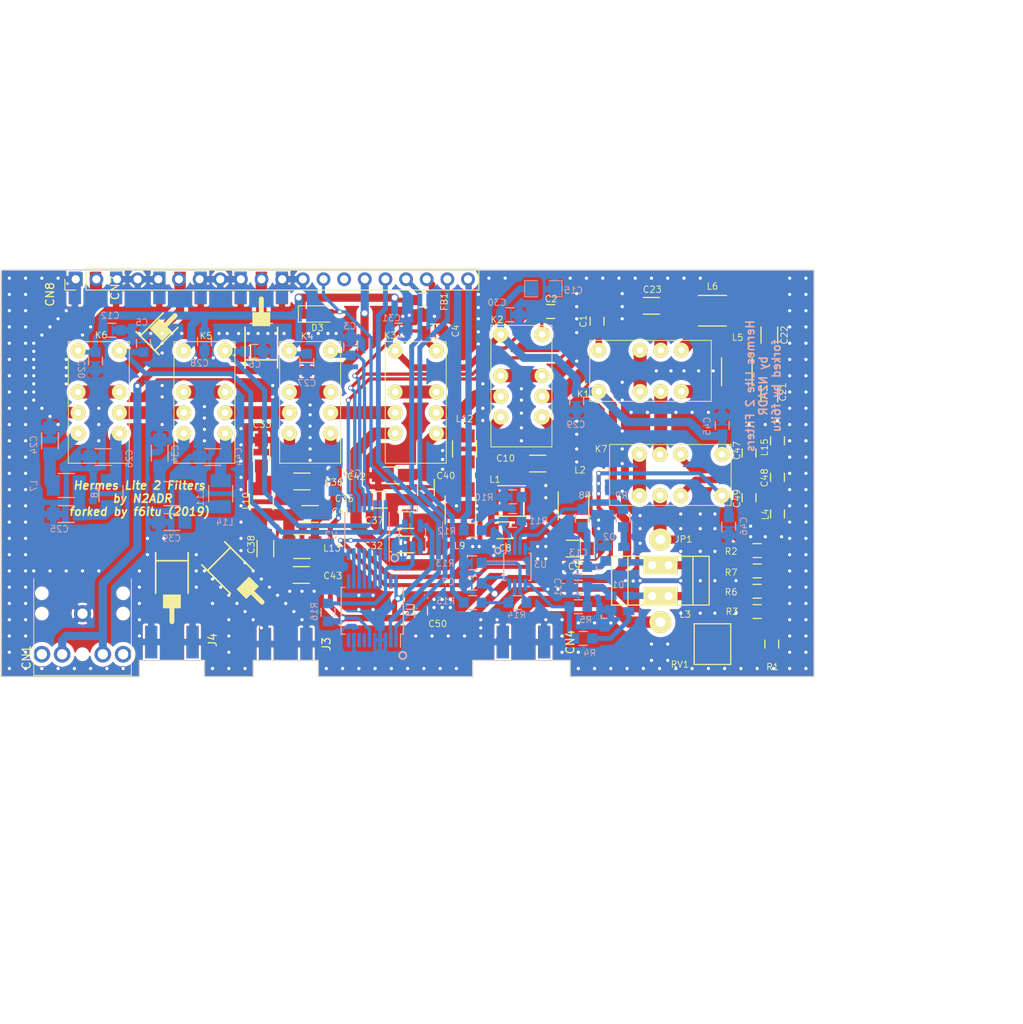
<source format=kicad_pcb>
(kicad_pcb (version 20221018) (generator pcbnew)
  (title_block (title "HL2 Filter Board") (date "2019-02-20") (rev "E5b8") (company "N2ADR"))
  (layers (0 "F.Cu" signal) (1 "In1.Cu" signal) (2 "In2.Cu" signal) (31 "B.Cu" signal) (34 "B.Paste" user) (35 "F.Paste" user) (36 "B.SilkS" user "B.Silkscreen") (37 "F.SilkS" user "F.Silkscreen") (38 "B.Mask" user) (39 "F.Mask" user) (44 "Edge.Cuts" user))
  (net 0 "")
  (net 1 "GND")
  (net 2 "Band1")
  (net 3 "Band2")
  (net 4 "Band3")
  (net 5 "Band4")
  (net 6 "Band5")
  (net 7 "Net-(U1-Pad12)")
  (net 8 "Net-(U1-Pad13)")
  (net 9 "Net-(U1-Pad14)")
  (net 10 "Net-(U1-Pad15)")
  (net 11 "Net-(C8-Pad2)")
  (net 12 "Net-(C9-Pad2)")
  (net 13 "Net-(C10-Pad2)")
  (net 14 "Net-(K1-Pad3)")
  (net 15 "Net-(K2-Pad3)")
  (net 16 "Net-(K2-Pad2)")
  (net 17 "Net-(K3-Pad3)")
  (net 18 "Net-(K3-Pad2)")
  (net 19 "Net-(K4-Pad3)")
  (net 20 "Net-(K4-Pad2)")
  (net 21 "Net-(K5-Pad3)")
  (net 22 "Net-(K5-Pad2)")
  (net 23 "Net-(K6-Pad2)")
  (net 24 "Net-(C21-Pad1)")
  (net 25 "Net-(C24-Pad2)")
  (net 26 "Net-(C25-Pad2)")
  (net 27 "Net-(C26-Pad2)")
  (net 28 "Net-(C32-Pad2)")
  (net 29 "Net-(C33-Pad2)")
  (net 30 "Net-(C34-Pad2)")
  (net 31 "Net-(C35-Pad1)")
  (net 32 "Net-(C36-Pad1)")
  (net 33 "Net-(C39-Pad2)")
  (net 34 "Net-(C40-Pad1)")
  (net 35 "Net-(C41-Pad1)")
  (net 36 "Net-(C44-Pad2)")
  (net 37 "FilterOut")
  (net 38 "Band6")
  (net 39 "Net-(U1-Pad16)")
  (net 40 "Net-(U1-Pad17)")
  (net 41 "Net-(C22-Pad1)")
  (net 42 "Net-(C23-Pad1)")
  (net 43 "Net-(K1-Pad2)")
  (net 44 "Net-(C11-Pad1)")
  (net 45 "Net-(C13-Pad1)")
  (net 46 "Net-(D1-Pad3)")
  (net 47 "Net-(D1-Pad4)")
  (net 48 "Net-(D2-Pad3)")
  (net 49 "Net-(D2-Pad4)")
  (net 50 "Net-(R10-Pad2)")
  (net 51 "Net-(R11-Pad2)")
  (net 52 "Net-(R13-Pad2)")
  (net 53 "Net-(R14-Pad2)")
  (net 54 "Net-(C47-Pad1)")
  (net 55 "Net-(C47-Pad2)")
  (net 56 "Net-(C48-Pad1)")
  (net 57 "Net-(C49-Pad1)")
  (net 58 "Net-(K1-Pad6)")
  (net 59 "Net-(K7-Pad4)")
  (net 60 "RFInput")
  (net 61 "Net-(R4-Pad1)")
  (net 62 "Net-(R8-Pad1)")
  (net 63 "Net-(R2-Pad1)")
  (net 64 "Net-(R1-Pad2)")
  (net 65 "Net-(U2-Pad1)")
  (net 66 "Band7")
  (net 67 "INTTR")
  (net 68 "+3V3")
  (net 69 "Net-(R16-Pad2)")
  (net 70 "Net-(CN2-Pad6)")
  (net 71 "Net-(CN2-Pad10)")
  (net 72 "Net-(CN2-Pad16)")
  (net 73 "Net-(CN2-Pad17)")
  (net 74 "Net-(CN2-Pad18)")
  (net 75 "Net-(CN2-Pad19)")
  (net 76 "Net-(CN2-Pad20)")
  (net 77 "Net-(CN4-Pad1)")
  (net 78 "Net-(J1-Pad1)")
  (net 79 "Net-(J2-Pad1)")
  (net 80 "Net-(CN1-Pad4)")
  (footprint "Local:SMD_0805" (layer "F.Cu") (at 138.3 61.3 -90)
    (fp_text reference "C1")
    (fp_text value "100n")
  )
  (footprint "Local:SMD_0805" (layer "F.Cu") (at 132.6 60.1 180)
    (fp_text reference "C2")
    (fp_text value "100n")
  )
  (footprint "Local:SMD_0805" (layer "F.Cu") (at 118.3 62.5 180)
    (fp_text reference "C4")
    (fp_text value "100n")
  )
  (footprint "Local:SMD_1206" (layer "F.Cu") (at 127 87 180)
    (fp_text reference "C8")
    (fp_text value "1000p")
  )
  (footprint "Local:SMD_1206" (layer "F.Cu") (at 135.5 89.25)
    (fp_text reference "C9")
    (fp_text value "1800p")
  )
  (footprint "Local:SMD_1206" (layer "F.Cu") (at 131 78.8)
    (fp_text reference "C10")
    (fp_text value "1000p")
  )
  (footprint "Wire_Connections_Bridges:WireConnection_1.20mmDrill" (layer "F.Cu") (at 146.1 98.3 90)
    (fp_text reference "JP1")
    (fp_text value "1T")
  )
  (footprint "Local:ToroidT37" (layer "F.Cu") (at 146.1 93.2 180)
    (fp_text reference "L3")
    (fp_text value "10T")
  )
  (footprint "Local:SMD_0805" (layer "F.Cu") (at 158 89.5 180)
    (fp_text reference "R2")
    (fp_text value "2K2 1%")
  )
  (footprint "Local:SMD_0805" (layer "F.Cu") (at 158 97)
    (fp_text reference "R3")
    (fp_text value "56 1%")
  )
  (footprint "Local:SMD_0805" (layer "F.Cu") (at 158 94.5 180)
    (fp_text reference "R6")
    (fp_text value "18 1%")
  )
  (footprint "Local:SMD_0805" (layer "F.Cu") (at 158 92)
    (fp_text reference "R7")
    (fp_text value "18 1%")
  )
  (footprint "Local:SMD_1206" (layer "F.Cu") (at 159.5 63 90)
    (fp_text reference "C22")
    (fp_text value "3300p")
  )
  (footprint "Local:SMD_1206" (layer "F.Cu") (at 145 59.4 180)
    (fp_text reference "C23")
    (fp_text value "1800p")
  )
  (footprint "Local:SMD_1206" (layer "F.Cu") (at 97 77.5 -90)
    (fp_text reference "C33")
    (fp_text value "150p")
  )
  (footprint "Local:SMD_1206" (layer "F.Cu") (at 111.5 83.25 180)
    (fp_text reference "C35")
    (fp_text value "100p")
  )
  (footprint "Local:SMD_1206" (layer "F.Cu") (at 102 81 180)
    (fp_text reference "C36")
    (fp_text value "39p")
  )
  (footprint "Local:SMD_1206" (layer "F.Cu") (at 114.75 85.75 180)
    (fp_text reference "C37")
    (fp_text value "560p")
  )
  (footprint "Local:SMD_1206" (layer "F.Cu") (at 97.5 89.25 90)
    (fp_text reference "C38")
    (fp_text value "270p")
  )
  (footprint "Local:SMD_1206" (layer "F.Cu") (at 103 85 180)
    (fp_text reference "C41")
    (fp_text value "220p")
  )
  (footprint "Local:SMD_1206" (layer "F.Cu") (at 113 80.25)
    (fp_text reference "C42")
    (fp_text value "220p")
  )
  (footprint "Local:SMD_1206" (layer "F.Cu") (at 101.9 92.5)
    (fp_text reference "C43")
    (fp_text value "68p")
  )
  (footprint "Local:SMD_1210" (layer "F.Cu") (at 97 83.5 -90)
    (fp_text reference "L10")
    (fp_text value "560n")
  )
  (footprint "Local:SMD_1210" (layer "F.Cu") (at 102 89)
    (fp_text reference "L13")
    (fp_text value "270n")
  )
  (footprint "Local:SMD_1812" (layer "F.Cu") (at 127.8 83.4)
    (fp_text reference "L1")
    (fp_text value "1.8u")
  )
  (footprint "Local:SMD_1812" (layer "F.Cu") (at 135.4 84 90)
    (fp_text reference "L2")
    (fp_text value "1.8u")
  )
  (footprint "Local:SMD_1812" (layer "F.Cu") (at 155.5 67.5 90)
    (fp_text reference "L5")
    (fp_text value "3.9u")
  )
  (footprint "Local:SMD_1812" (layer "F.Cu") (at 152.5 60 180)
    (fp_text reference "L6")
    (fp_text value "3.9u")
  )
  (footprint "Local:SMD_1812" (layer "F.Cu") (at 121.5 84.5 90)
    (fp_text reference "L9")
    (fp_text value "1000n")
  )
  (footprint "Local:SMD_1210" (layer "F.Cu") (at 122 77 90)
    (fp_text reference "L12")
    (fp_text value "680n")
  )
  (footprint "Local:SMD_0805" (layer "F.Cu") (at 157 77.5 -90)
    (fp_text reference "C47")
    (fp_text value "1500p")
  )
  (footprint "Local:SMD_0805" (layer "F.Cu") (at 160.5 80.5 90)
    (fp_text reference "C48")
    (fp_text value "680p")
  )
  (footprint "Local:SMD_0805" (layer "F.Cu") (at 157 83 -90)
    (fp_text reference "C49")
    (fp_text value "1500p")
  )
  (footprint "Local:SMD_0805" (layer "F.Cu") (at 160.5 85 90)
    (fp_text reference "L4")
    (fp_text value "1.8u")
  )
  (footprint "Local:SMD_0805" (layer "F.Cu") (at 160.5 76 -90)
    (fp_text reference "L15")
    (fp_text value "1.8u")
  )
  (footprint "Local:SMD_0805" (layer "F.Cu") (at 159.8 101 90)
    (fp_text reference "R1")
    (fp_text value "22 1%")
  )
  (footprint "Local:RelayDPDT01" (layer "F.Cu") (at 143.6 67.4)
    (fp_text reference "K1")
    (fp_text value "EC2-3NU")
  )
  (footprint "Local:RelayDPDT01" (layer "F.Cu") (at 129 68 -90)
    (fp_text reference "K2")
    (fp_text value "EC2-3NU")
  )
  (footprint "Local:RelayDPDT01" (layer "F.Cu") (at 116 70 -90)
    (fp_text reference "K3")
    (fp_text value "EC2-3NU")
  )
  (footprint "Local:RelayDPDT01" (layer "F.Cu") (at 103 70 -90)
    (fp_text reference "K4")
    (fp_text value "EC2-3NU")
  )
  (footprint "Local:RelayDPDT01" (layer "F.Cu") (at 90 70 -90)
    (fp_text reference "K5")
    (fp_text value "EC2-3NU")
  )
  (footprint "Local:RelayDPDT01" (layer "F.Cu") (at 148.6 80.2 180)
    (fp_text reference "K7")
    (fp_text value "EC2-3NU")
  )
  (footprint "Local:Trimpot_Bourns_3314G" (layer "F.Cu") (at 152.5 101 90)
    (fp_text reference "RV1")
    (fp_text value "DNI")
  )
  (footprint "Pin_Headers:Pin_Header_Straight_1x20_Pitch2.54mm" (layer "F.Cu") (at 74.168 56.134 90)
    (fp_text reference "CN2" hide)
    (fp_text value "Conn_01x20")
  )
  (footprint "Diodes_SMD:D_SOD-123" (layer "F.Cu") (at 103.8 60.4)
    (fp_text reference "D3")
    (fp_text value "1N4148")
  )
  (footprint "N2ADR:SMD_0805" (layer "F.Cu") (at 116.9 58.7)
    (fp_text reference "FB1")
    (fp_text value "FB")
  )
  (footprint "SMA_PINS:SMA_EDGE_NRW" (layer "F.Cu") (at 76.6 57.2 90)
    (fp_text reference "CN8")
    (fp_text value "SMA" hide)
  )
  (footprint "SMA_PINS:SMA_EDGE_NRW" (layer "F.Cu") (at 87 57.2 90)
    (fp_text reference "CN7")
    (fp_text value "SMA" hide)
  )
  (footprint "Local:RelayDPDT01" (layer "F.Cu") (at 77 70 -90)
    (fp_text reference "K6")
    (fp_text value "EC2-3NU")
  )
  (footprint "SMA_PINS:SMA_EDGE_NRW" (layer "F.Cu") (at 129.25 100.75 -90)
    (fp_text reference "CN4")
    (fp_text value "SMA" hide)
  )
  (footprint "Coax_2mm:coax_2mm" (layer "F.Cu") (at 97 60.8 -90)
    (fp_text reference "CN3" hide)
    (fp_text value "SMA")
  )
  (footprint "Coax_2mm:coax_2mm" (layer "F.Cu") (at 95.5 94.25 135)
    (fp_text reference "J1" hide)
    (fp_text value "coax rf low")
  )
  (footprint "hermeslite:STEREO" (layer "F.Cu") (at 75 92.75 -90)
    (fp_text reference "CN1")
    (fp_text value "STEREO")
  )
  (footprint "Coax_2mm:coax_2mm" (layer "F.Cu") (at 86 96 90)
    (fp_text reference "J2" hide)
    (fp_text value "coax rx ")
  )
  (footprint "SMA_PINS:SMA_EDGE_NRW" (layer "F.Cu") (at 97 57.2 90)
    (fp_text reference "CN6" hide)
    (fp_text value "SMA" hide)
  )
  (footprint "SMA_PINS:SMA_EDGE_NRW" (layer "F.Cu") (at 86 100.75 -90)
    (fp_text reference "J4")
    (fp_text value "out rx" hide)
  )
  (footprint "SMA_PINS:SMA_EDGE_NRW" (layer "F.Cu") (at 100 101 -90)
    (fp_text reference "J3")
    (fp_text value "out rf low" hide)
  )
  (footprint "Local:SMD_1206" (layer "F.Cu") (at 159.5 70.2 -90)
    (fp_text reference "C21")
    (fp_text value "1800p")
  )
  (footprint "Local:SMD_1206" (layer "F.Cu") (at 117.25 81.75 -90)
    (fp_text reference "C40")
    (fp_text value "270p")
  )
  (footprint "Local:SMD_0805" (layer "F.Cu") (at 116.6 96.9 -90)
    (fp_text reference "C50")
    (fp_text value "100n")
  )
  (footprint "Local:SMD_1206" (layer "F.Cu") (at 114.75 88.75 180)
    (fp_text reference "C32")
    (fp_text value "270p")
  )
  (footprint "Coax_2mm:coax_1mm" (layer "F.Cu") (at 84.8 62.2 -135)
    (fp_text reference "CN5" hide)
    (fp_text value "SMA")
  )
  (footprint "Local:SMD_0805" (layer "B.Cu") (at 108 64.4 -90)
    (fp_text reference "C3")
    (fp_text value "100n")
  )
  (footprint "Local:SMD_0805" (layer "B.Cu") (at 96.1 65 180)
    (fp_text reference "C6")
    (fp_text value "100n")
  )
  (footprint "Local:SMD_0805" (layer "B.Cu") (at 136 94 180)
    (fp_text reference "C11")
    (fp_text value "100n")
  )
  (footprint "Local:SMD_0805" (layer "B.Cu") (at 105.9 81.1 -90)
    (fp_text reference "C14")
    (fp_text value "100n")
  )
  (footprint "Local:SMD_0805" (layer "B.Cu") (at 136 96.4)
    (fp_text reference "R5")
    (fp_text value "4K7")
  )
  (footprint "Local:SMD_0805" (layer "B.Cu") (at 136.5 85.5 -90)
    (fp_text reference "R8")
    (fp_text value "4K7")
  )
  (footprint "Local:SMD_1206" (layer "B.Cu") (at 71 76 -90)
    (fp_text reference "C24")
    (fp_text value "150p")
  )
  (footprint "Local:SMD_1206" (layer "B.Cu") (at 73 85)
    (fp_text reference "C25")
    (fp_text value "330p")
  )
  (footprint "Local:SMD_1206" (layer "B.Cu") (at 77.5 78)
    (fp_text reference "C26")
    (fp_text value "150p")
  )
  (footprint "Local:SMD_0805" (layer "B.Cu") (at 102.6 66.4 90)
    (fp_text reference "C27")
    (fp_text value "100n")
  )
  (footprint "Local:SMD_0805" (layer "B.Cu") (at 135.8 71.1 90)
    (fp_text reference "C29")
    (fp_text value "100n")
  )
  (footprint "Local:SMD_0805" (layer "B.Cu") (at 127.6 60.5 180)
    (fp_text reference "C30")
    (fp_text value "100n")
  )
  (footprint "Local:SMD_1206" (layer "B.Cu") (at 91 78)
    (fp_text reference "C44")
    (fp_text value "180p")
  )
  (footprint "Local:SMD_1210" (layer "B.Cu") (at 92 82.5 90)
    (fp_text reference "L14")
    (fp_text value "390n")
  )
  (footprint "Local:SMD_0805" (layer "B.Cu") (at 76.6 66.2 90)
    (fp_text reference "C20")
    (fp_text value "100n")
  )
  (footprint "Local:SMD_0805" (layer "B.Cu") (at 136.6 100.3)
    (fp_text reference "R4")
    (fp_text value "4K7")
  )
  (footprint "Local:SMD_0805" (layer "B.Cu") (at 141.5 85.5 90)
    (fp_text reference "R9")
    (fp_text value "4K7")
  )
  (footprint "Local:SMD_0805" (layer "B.Cu") (at 127.9 82.9)
    (fp_text reference "R10")
    (fp_text value "2K2 1%")
  )
  (footprint "Local:SMD_0805" (layer "B.Cu") (at 127.9 85.8 180)
    (fp_text reference "R11")
    (fp_text value "6K2 1%")
  )
  (footprint "Local:SMD_0805" (layer "B.Cu") (at 123 87 180)
    (fp_text reference "R12")
    (fp_text value "330")
  )
  (footprint "Local:SMD_0805" (layer "B.Cu") (at 123 91)
    (fp_text reference "R13")
    (fp_text value "2K2 1%")
  )
  (footprint "Local:SMD_0805" (layer "B.Cu") (at 128.5 95.9 180)
    (fp_text reference "R14")
    (fp_text value "6K2 1%")
  )
  (footprint "Local:SMD_0805" (layer "B.Cu") (at 123 95.9 180)
    (fp_text reference "R15")
    (fp_text value "330")
  )
  (footprint "Housings_SSOP:MSOP-8_3x3mm_Pitch0.65mm" (layer "B.Cu") (at 128.5 91.5 -90)
    (fp_text reference "U3")
    (fp_text value "AD8692")
  )
  (footprint "Local:SMD_0805" (layer "B.Cu") (at 153.7 74.1 -90)
    (fp_text reference "C45")
    (fp_text value "100n")
  )
  (footprint "Local:SMD_0805" (layer "B.Cu") (at 154.5 86.5 90)
    (fp_text reference "C46")
    (fp_text value "100n")
  )
  (footprint "Local:SMD_0805" (layer "B.Cu") (at 123 93.5)
    (fp_text reference "C7")
    (fp_text value "100n")
  )
  (footprint "TO_SOT_Packages_SMD:SOT-23-5_HandSoldering" (layer "B.Cu") (at 115.6 87.8 90)
    (fp_text reference "U5")
    (fp_text value "74LVC1G00")
  )
  (footprint "N2ADR:SMD-1206" (layer "B.Cu") (at 131.7 57.3 180)
    (fp_text reference "C15")
    (fp_text value "100uF" hide)
  )
  (footprint "N2ADR:SMD_0805" (layer "B.Cu") (at 105.2 97.1 90)
    (fp_text reference "R16")
    (fp_text value "DNI")
  )
  (footprint "Local:SMD_1210" (layer "B.Cu") (at 73 81.5)
    (fp_text reference "L7")
    (fp_text value "220n")
  )
  (footprint "Local:SMD_1210" (layer "B.Cu") (at 86 82.5)
    (fp_text reference "L11")
    (fp_text value "390n")
  )
  (footprint "Local:SMD_1206" (layer "B.Cu") (at 84.5 77.5 -90)
    (fp_text reference "C34")
    (fp_text value "180p")
  )
  (footprint "Package_SO:SSOP-20_5.3x7.2mm_P0.65mm" (layer "B.Cu") (at 110.65 96.9 90)
    (fp_text reference "U1")
    (fp_text value "MCP23008-E_SS")
  )
  (footprint "Local:SMD_1206" (layer "B.Cu") (at 86 86)
    (fp_text reference "C39")
    (fp_text value "330p")
  )
  (footprint "TO_SOT_Packages_SMD:SOT-143" (layer "B.Cu") (at 140.5 90 90)
    (fp_text reference "D2")
    (fp_text value "BAS40-07")
  )
  (footprint "TO_SOT_Packages_SMD:SOT-143" (layer "B.Cu") (at 141.1 96 90)
    (fp_text reference "D1")
    (fp_text value "BAS40-07")
  )
  (footprint "Local:SMD_0805" (layer "B.Cu") (at 136 91.5 180)
    (fp_text reference "C13")
    (fp_text value "100n")
  )
  (footprint "Housings_SSOP:TSSOP-16_4.4x5mm_Pitch0.65mm" (layer "B.Cu") (at 110 87 90)
    (fp_text reference "U2")
    (fp_text value "ULN2003LV")
  )
  (footprint "Local:SMD_1210" (layer "B.Cu") (at 78.5 82.5 90)
    (fp_text reference "L8")
    (fp_text value "220n")
  )
  (footprint "N2ADR:SMD_0805" (layer "B.Cu") (at 78.6 62.4 180)
    (fp_text reference "C12")
    (fp_text value "22uF")
  )
  (footprint "Local:SMD_0805" (layer "B.Cu") (at 82.5 64 -90)
    (fp_text reference "C5")
    (fp_text value "100n")
  )
  (footprint "Local:SMD_0805" (layer "B.Cu") (at 90 63.8 90)
    (fp_text reference "C28")
    (fp_text value "100n")
  )
  (footprint "Local:SMD_0805" (layer "B.Cu") (at 113.9 62.4 180)
    (fp_text reference "C31")
    (fp_text value "100n")
  )
  (gr_circle (center 126.1 89.5) (end 125.8 89.7) (stroke (width 0.2)) (fill none) (layer "B.SilkS"))
  (gr_circle (center 114.4 102.4) (end 114.2 102.8) (stroke (width 0.2)) (fill none) (layer "B.SilkS"))
  (gr_circle (center 113.4 90.4) (end 113.2 90.8) (stroke (width 0.2)) (fill none) (layer "B.SilkS"))
  (gr_line (start 165 105) (end 135 105) (stroke (width 0.15)) (layer "Edge.Cuts"))
  (gr_line (start 90 105) (end 96 105) (stroke (width 0.15)) (layer "Edge.Cuts"))
  (gr_line (start 96 103) (end 104 103) (stroke (width 0.15)) (layer "Edge.Cuts"))
  (gr_line (start 82 103) (end 90 103) (stroke (width 0.15)) (layer "Edge.Cuts"))
  (gr_line (start 96 105) (end 96 103) (stroke (width 0.15)) (layer "Edge.Cuts"))
  (gr_line (start 65 105) (end 82 105) (stroke (width 0.15)) (layer "Edge.Cuts"))
  (gr_line (start 104 103) (end 104 105) (stroke (width 0.15)) (layer "Edge.Cuts"))
  (gr_line (start 135 103) (end 123 103) (stroke (width 0.15)) (layer "Edge.Cuts"))
  (gr_line (start 135 105) (end 135 103) (stroke (width 0.15)) (layer "Edge.Cuts"))
  (gr_line (start 82 105) (end 82 103) (stroke (width 0.15)) (layer "Edge.Cuts"))
  (gr_line (start 165 55) (end 165 105) (stroke (width 0.15)) (layer "Edge.Cuts"))
  (gr_line (start 104 105) (end 123 105) (stroke (width 0.15)) (layer "Edge.Cuts"))
  (gr_line (start 65 105) (end 65 55) (stroke (width 0.15)) (layer "Edge.Cuts"))
  (gr_line (start 65 55) (end 165 55) (stroke (width 0.15)) (layer "Edge.Cuts"))
  (gr_line (start 123 103) (end 123 105) (stroke (width 0.15)) (layer "Edge.Cuts"))
  (gr_line (start 90 103) (end 90 105) (stroke (width 0.15)) (layer "Edge.Cuts"))
  (gr_text "Hermes Lite 2 Filters\nby N2ADR\nforked by f6itu\n" (at 158.75 69.25 90) (layer "B.SilkS") (effects (font (size 1 1) (thickness 0.2)) (justify mirror)))
  (gr_text "Hermes Lite 2 Filters\n by N2ADR\nforked by f6itu (2019)" (at 82 83.1) (layer "F.SilkS") (effects (font (size 1 1) (thickness 0.2) italic)))
  (segment (start 114.4 60.7) (end 115.066181 60.7) (width 0.6) (layer "F.Cu") (net 1))
  (segment (start 118.825 60.7) (end 118.724276 60.7) (width 0.6) (layer "F.Cu") (net 1))
  (segment (start 114.95 88.75) (end 114.7 88.5) (width 0.4) (layer "F.Cu") (net 1))
  (segment (start 112.6 80.25) (end 112.8 80.45) (width 0.4) (layer "F.Cu") (net 1))
  (segment (start 120.5 84) (end 119.25 85.25) (width 0.6) (layer "F.Cu") (net 1))
  (segment (start 119.3 80.6) (end 119.3 79.5) (width 0.4) (layer "F.Cu") (net 1))
  (segment (start 121 84) (end 123.5 84) (width 0.6) (layer "F.Cu") (net 1))
  (segment (start 123.9 83.6) (end 123.9 73.85) (width 0.4) (layer "F.Cu") (net 1))
  (segment (start 115.19999 60.566191) (end 118.166201 60.566191) (width 0.6) (layer "F.Cu") (net 1))
  (segment (start 119.4 61.275) (end 118.825 60.7) (width 0.6) (layer "F.Cu") (net 1))
  (segment (start 116.85 85.25) (end 116.35 85.75) (width 0.6) (layer "F.Cu") (net 1))
  (segment (start 123.5 85.25) (end 123.5 84.75) (width 0.4) (layer "F.Cu") (net 1))
  (segment (start 116.35 88.75) (end 114.95 88.75) (width 0.4) (layer "F.Cu") (net 1))
  (segment (start 123.5 84) (end 123.9 83.6) (width 0.4) (layer "F.Cu") (net 1))
  (segment (start 112.7 80.670002) (end 113.929998 81.9) (width 0.4) (layer "F.Cu") (net 1))
  (segment (start 115.95 88.75) (end 114.7 90) (width 0.4) (layer "F.Cu") (net 1))
  (segment (start 123.9 85.574264) (end 123.9 88.9) (width 0.6) (layer "F.Cu") (net 1))
  (segment (start 112.7 80.35) (end 112.7 80.670002) (width 0.4) (layer "F.Cu") (net 1))
  (segment (start 112.6 80.25) (end 112.7 80.35) (width 0.4) (layer "F.Cu") (net 1))
  (segment (start 115.066181 60.7) (end 115.19999 60.566191) (width 0.6) (layer "F.Cu") (net 1))
  (segment (start 118.25001 81.64999) (end 119.3 80.6) (width 0.4) (layer "F.Cu") (net 1))
  (segment (start 119.4 62.5) (end 119.4 61.275) (width 0.6) (layer "F.Cu") (net 1))
  (segment (start 118.166201 60.566191) (end 118.30001 60.7) (width 0.6) (layer "F.Cu") (net 1))
  (segment (start 113.929998 81.9) (end 114.180008 81.64999) (width 0.4) (layer "F.Cu") (net 1))
  (segment (start 123.9 73.85) (end 123.950001 73.799999) (width 0.4) (layer "F.Cu") (net 1))
  (segment (start 119.25 85.25) (end 116.85 85.25) (width 0.6) (layer "F.Cu") (net 1))
  (segment (start 111.4 80.25) (end 112.6 80.25) (width 0.4) (layer "F.Cu") (net 1))
  (segment (start 116.35 88.75) (end 116.35 85.75) (width 1.4) (layer "F.Cu") (net 1))
  (segment (start 114.180008 81.64999) (end 118.25001 81.64999) (width 0.4) (layer "F.Cu") (net 1))
  (segment (start 118.30001 60.7) (end 118.300012 60.7) (width 0.6) (layer "F.Cu") (net 1))
  (segment (start 121 84) (end 120.5 84) (width 0.6) (layer "F.Cu") (net 1))
  (segment (start 123.5 84) (end 123.5 84.75) (width 0.6) (layer "F.Cu") (net 1))
  (segment (start 123.9 88.9) (end 123.8 89) (width 0.6) (layer "F.Cu") (net 1))
  (segment (start 123.5 85.174264) (end 123.9 85.574264) (width 0.6) (layer "F.Cu") (net 1))
  (segment (start 123.950001 73.799999) (end 124.25 73.5) (width 0.4) (layer "F.Cu") (net 1))
  (segment (start 118.724276 60.7) (end 118.300012 60.7) (width 0.6) (layer "F.Cu") (net 1))
  (segment (start 116.35 88.75) (end 115.95 88.75) (width 0.4) (layer "F.Cu") (net 1))
  (segment (start 123.5 84.75) (end 123.5 85.174264) (width 0.6) (layer "F.Cu") (net 1))
  (via (at 68 56) (size 0.6) (drill 0.4) (layers "F.Cu" "B.Cu") (net 1))
  (via (at 66 58) (size 0.6) (drill 0.4) (layers "F.Cu" "B.Cu") (net 1))
  (via (at 68 58) (size 0.6) (drill 0.4) (layers "F.Cu" "B.Cu") (net 1))
  (via (at 66 60) (size 0.6) (drill 0.4) (layers "F.Cu" "B.Cu") (net 1))
  (via (at 68 60) (size 0.6) (drill 0.4) (layers "F.Cu" "B.Cu") (net 1))
  (via (at 66 62) (size 0.6) (drill 0.4) (layers "F.Cu" "B.Cu") (net 1))
  (via (at 68 62) (size 0.6) (drill 0.4) (layers "F.Cu" "B.Cu") (net 1))
  (via (at 66 64) (size 0.6) (drill 0.4) (layers "F.Cu" "B.Cu") (net 1))
  (via (at 68 64) (size 0.6) (drill 0.4) (layers "F.Cu" "B.Cu") (net 1))
  (via (at 66 66) (size 0.6) (drill 0.4) (layers "F.Cu" "B.Cu") (net 1))
  (via (at 68 66) (size 0.6) (drill 0.4) (layers "F.Cu" "B.Cu") (net 1))
  (via (at 66 68) (size 0.6) (drill 0.4) (layers "F.Cu" "B.Cu") (net 1))
  (via (at 68 68) (size 0.6) (drill 0.4) (layers "F.Cu" "B.Cu") (net 1))
  (via (at 66 70) (size 0.6) (drill 0.4) (layers "F.Cu" "B.Cu") (net 1))
  (via (at 68 70) (size 0.6) (drill 0.4) (layers "F.Cu" "B.Cu") (net 1))
  (via (at 66 72) (size 0.6) (drill 0.4) (layers "F.Cu" "B.Cu") (net 1))
  (via (at 68 72) (size 0.6) (drill 0.4) (layers "F.Cu" "B.Cu") (net 1))
  (via (at 66 74) (size 0.6) (drill 0.4) (layers "F.Cu" "B.Cu") (net 1))
  (via (at 68 74) (size 0.6) (drill 0.4) (layers "F.Cu" "B.Cu") (net 1))
  (via (at 66 76) (size 0.6) (drill 0.4) (layers "F.Cu" "B.Cu") (net 1))
  (via (at 68 76) (size 0.6) (drill 0.4) (layers "F.Cu" "B.Cu") (net 1))
  (via (at 66 78) (size 0.6) (drill 0.4) (layers "F.Cu" "B.Cu") (net 1))
  (via (at 68 78) (size 0.6) (drill 0.4) (layers "F.Cu" "B.Cu") (net 1))
  (via (at 66 80) (size 0.6) (drill 0.4) (layers "F.Cu" "B.Cu") (net 1))
  (via (at 68 80) (size 0.6) (drill 0.4) (layers "F.Cu" "B.Cu") (net 1))
  (via (at 66 82) (size 0.6) (drill 0.4) (layers "F.Cu" "B.Cu") (net 1))
  (via (at 68 82) (size 0.6) (drill 0.4) (layers "F.Cu" "B.Cu") (net 1))
  (via (at 66 84) (size 0.6) (drill 0.4) (layers "F.Cu" "B.Cu") (net 1))
  (via (at 68 84) (size 0.6) (drill 0.4) (layers "F.Cu" "B.Cu") (net 1))
  (via (at 66 86) (size 0.6) (drill 0.4) (layers "F.Cu" "B.Cu") (net 1))
  (via (at 68 86) (size 0.6) (drill 0.4) (layers "F.Cu" "B.Cu") (net 1))
  (via (at 66 88) (size 0.6) (drill 0.4) (layers "F.Cu" "B.Cu") (net 1))
  (via (at 68 88) (size 0.6) (drill 0.4) (layers "F.Cu" "B.Cu") (net 1))
  (via (at 66 90) (size 0.6) (drill 0.4) (layers "F.Cu" "B.Cu") (net 1))
  (via (at 68 90) (size 0.6) (drill 0.4) (layers "F.Cu" "B.Cu") (net 1))
  (via (at 66 92) (size 0.6) (drill 0.4) (layers "F.Cu" "B.Cu") (net 1))
  (via (at 68 92) (size 0.6) (drill 0.4) (layers "F.Cu" "B.Cu") (net 1))
  (via (at 66 94) (size 0.6) (drill 0.4) (layers "F.Cu" "B.Cu") (net 1))
  (via (at 68 94) (size 0.6) (drill 0.4) (layers "F.Cu" "B.Cu") (net 1))
  (via (at 66 96) (size 0.6) (drill 0.4) (layers "F.Cu" "B.Cu") (net 1))
  (via (at 68 96) (size 0.6) (drill 0.4) (layers "F.Cu" "B.Cu") (net 1))
  (via (at 66 98) (size 0.6) (drill 0.4) (layers "F.Cu" "B.Cu") (net 1))
  (via (at 68 98) (size 0.6) (drill 0.4) (layers "F.Cu" "B.Cu") (net 1))
  (via (at 66 100) (size 0.6) (drill 0.4) (layers "F.Cu" "B.Cu") (net 1))
  (via (at 68 100) (size 0.6) (drill 0.4) (layers "F.Cu" "B.Cu") (net 1))
  (via (at 66 102) (size 0.6) (drill 0.4) (layers "F.Cu" "B.Cu") (net 1))
  (via (at 68 102) (size 0.6) (drill 0.4) (layers "F.Cu" "B.Cu") (net 1))
  (via (at 66 104) (size 0.6) (drill 0.4) (layers "F.Cu" "B.Cu") (net 1))
  (via (at 68 104) (size 0.6) (drill 0.4) (layers "F.Cu" "B.Cu") (net 1))
  (via (at 164 56) (size 0.6) (drill 0.4) (layers "F.Cu" "B.Cu") (net 1))
  (via (at 162 58) (size 0.6) (drill 0.4) (layers "F.Cu" "B.Cu") (net 1))
  (via (at 164 58) (size 0.6) (drill 0.4) (layers "F.Cu" "B.Cu") (net 1))
  (via (at 162 60) (size 0.6) (drill 0.4) (layers "F.Cu" "B.Cu") (net 1))
  (via (at 164 60) (size 0.6) (drill 0.4) (layers "F.Cu" "B.Cu") (net 1))
  (via (at 162 62) (size 0.6) (drill 0.4) (layers "F.Cu" "B.Cu") (net 1))
  (via (at 164 62) (size 0.6) (drill 0.4) (layers "F.Cu" "B.Cu") (net 1))
  (via (at 162 64) (size 0.6) (drill 0.4) (layers "F.Cu" "B.Cu") (net 1))
  (via (at 164 64) (size 0.6) (drill 0.4) (layers "F.Cu" "B.Cu") (net 1))
  (via (at 162 66) (size 0.6) (drill 0.4) (layers "F.Cu" "B.Cu") (net 1))
  (via (at 164 66) (size 0.6) (drill 0.4) (layers "F.Cu" "B.Cu") (net 1))
  (via (at 162 68) (size 0.6) (drill 0.4) (layers "F.Cu" "B.Cu") (net 1))
  (via (at 164 68) (size 0.6) (drill 0.4) (layers "F.Cu" "B.Cu") (net 1))
  (via (at 162 70) (size 0.6) (drill 0.4) (layers "F.Cu" "B.Cu") (net 1))
  (via (at 164 70) (size 0.6) (drill 0.4) (layers "F.Cu" "B.Cu") (net 1))
  (via (at 162 72) (size 0.6) (drill 0.4) (layers "F.Cu" "B.Cu") (net 1))
  (via (at 164 72) (size 0.6) (drill 0.4) (layers "F.Cu" "B.Cu") (net 1))
  (via (at 162 74) (size 0.6) (drill 0.4) (layers "F.Cu" "B.Cu") (net 1))
  (via (at 164 74) (size 0.6) (drill 0.4) (layers "F.Cu" "B.Cu") (net 1))
  (via (at 162 76) (size 0.6) (drill 0.4) (layers "F.Cu" "B.Cu") (net 1))
  (via (at 164 76) (size 0.6) (drill 0.4) (layers "F.Cu" "B.Cu") (net 1))
  (via (at 162 78) (size 0.6) (drill 0.4) (layers "F.Cu" "B.Cu") (net 1))
  (via (at 164 78) (size 0.6) (drill 0.4) (layers "F.Cu" "B.Cu") (net 1))
  (via (at 162 80) (size 0.6) (drill 0.4) (layers "F.Cu" "B.Cu") (net 1))
  (via (at 164 80) (size 0.6) (drill 0.4) (layers "F.Cu" "B.Cu") (net 1))
  (via (at 162 82) (size 0.6) (drill 0.4) (layers "F.Cu" "B.Cu") (net 1))
  (via (at 164 82) (size 0.6) (drill 0.4) (layers "F.Cu" "B.Cu") (net 1))
  (via (at 162 84) (size 0.6) (drill 0.4) (layers "F.Cu" "B.Cu") (net 1))
  (via (at 164 84) (size 0.6) (drill 0.4) (layers "F.Cu" "B.Cu") (net 1))
  (via (at 162 86) (size 0.6) (drill 0.4) (layers "F.Cu" "B.Cu") (net 1))
  (via (at 164 86) (size 0.6) (drill 0.4) (layers "F.Cu" "B.Cu") (net 1))
  (via (at 162 88) (size 0.6) (drill 0.4) (layers "F.Cu" "B.Cu") (net 1))
  (via (at 164 88) (size 0.6) (drill 0.4) (layers "F.Cu" "B.Cu") (net 1))
  (via (at 162 90) (size 0.6) (drill 0.4) (layers "F.Cu" "B.Cu") (net 1))
  (via (at 164 90) (size 0.6) (drill 0.4) (layers "F.Cu" "B.Cu") (net 1))
  (via (at 162 92) (size 0.6) (drill 0.4) (layers "F.Cu" "B.Cu") (net 1))
  (via (at 164 92) (size 0.6) (drill 0.4) (layers "F.Cu" "B.Cu") (net 1))
  (via (at 162 94) (size 0.6) (drill 0.4) (layers "F.Cu" "B.Cu") (net 1))
  (via (at 164 94) (size 0.6) (drill 0.4) (layers "F.Cu" "B.Cu") (net 1))
  (via (at 162 96) (size 0.6) (drill 0.4) (layers "F.Cu" "B.Cu") (net 1))
  (via (at 164 96) (size 0.6) (drill 0.4) (layers "F.Cu" "B.Cu") (net 1))
  (via (at 162 98) (size 0.6) (drill 0.4) (layers "F.Cu" "B.Cu") (net 1))
  (via (at 164 98) (size 0.6) (drill 0.4) (layers "F.Cu" "B.Cu") (net 1))
  (via (at 162 100) (size 0.6) (drill 0.4) (layers "F.Cu" "B.Cu") (net 1))
  (via (at 164 100) (size 0.6) (drill 0.4) (layers "F.Cu" "B.Cu") (net 1))
  (via (at 162 102) (size 0.6) (drill 0.4) (layers "F.Cu" "B.Cu") (net 1))
  (via (at 164 102) (size 0.6) (drill 0.4) (layers "F.Cu" "B.Cu") (net 1))
  (via (at 162 104) (size 0.6) (drill 0.4) (layers "F.Cu" "B.Cu") (net 1))
  (via (at 164 104) (size 0.6) (drill 0.4) (layers "F.Cu" "B.Cu") (net 1))
  (via (at 118.25 95.5) (size 0.6) (drill 0.4) (layers "F.Cu" "B.Cu") (net 1))
  (via (at 93 104) (size 0.6) (drill 0.4) (layers "F.Cu" "B.Cu") (net 1))
  (via (at 123.8 89) (size 0.6) (drill 0.4) (layers "F.Cu" "B.Cu") (net 1))
  (via (at 115.19999 60.566191) (size 0.6) (drill 0.4) (layers "F.Cu" "B.Cu") (net 1))
  (via (at 99 95) (size 0.6) (drill 0.4) (layers "F.Cu" "B.Cu") (net 1))
  (via (at 157.2 86.5) (size 0.6) (drill 0.4) (layers "F.Cu" "B.Cu") (net 1))
  (via (at 76 62) (size 0.6) (drill 0.4) (layers "F.Cu" "B.Cu") (net 1))
  (via (at 69 65) (size 0.6) (drill 0.4) (layers "F.Cu" "B.Cu") (net 1))
  (via (at 152.8 86.8) (size 0.6) (drill 0.4) (layers "F.Cu" "B.Cu") (net 1))
  (via (at 141.4 71) (size 0.6) (drill 0.4) (layers "F.Cu" "B.Cu") (net 1))
  (via (at 129 69.6) (size 0.6) (drill 0.4) (layers "F.Cu" "B.Cu") (net 1))
  (via (at 145 56) (size 0.6) (drill 0.4) (layers "F.Cu" "B.Cu") (net 1))
  (via (at 158 104) (size 0.6) (drill 0.4) (layers "F.Cu" "B.Cu") (net 1))
  (via (at 135.8 59.5) (size 0.6) (drill 0.4) (layers "F.Cu" "B.Cu") (net 1))
  (via (at 89 90) (size 0.6) (drill 0.4) (layers "F.Cu" "B.Cu") (net 1))
  (via (at 82 92) (size 0.6) (drill 0.4) (layers "F.Cu" "B.Cu") (net 1))
  (via (at 136 98.4) (size 0.6) (drill 0.4) (layers "F.Cu" "B.Cu") (net 1))
  (via (at 90 73.2) (size 0.6) (drill 0.4) (layers "F.Cu" "B.Cu") (net 1))
  (via (at 94.5 76.5) (size 0.6) (drill 0.4) (layers "F.Cu" "B.Cu") (net 1))
  (via (at 114.4 60.7) (size 0.6) (drill 0.4) (layers "F.Cu" "B.Cu") (net 1))
  (via (at 100 96) (size 0.6) (drill 0.4) (layers "F.Cu" "B.Cu") (net 1))
  (via (at 70 56) (size 0.6) (drill 0.4) (layers "F.Cu" "B.Cu") (net 1))
  (via (at 147 103) (size 0.6) (drill 0.4) (layers "F.Cu" "B.Cu") (net 1))
  (via (at 138 104) (size 0.6) (drill 0.4) (layers "F.Cu" "B.Cu") (net 1))
  (via (at 119.3 78.3) (size 0.6) (drill 0.4) (layers "F.Cu" "B.Cu") (net 1))
  (via (at 137 56) (size 0.6) (drill 0.4) (layers "F.Cu" "B.Cu") (net 1))
  (via (at 71 73) (size 0.6) (drill 0.4) (layers "F.Cu" "B.Cu") (net 1))
  (via (at 69 68) (size 0.6) (drill 0.4) (layers "F.Cu" "B.Cu") (net 1))
  (via (at 91.8 62.8) (size 0.6) (drill 0.4) (layers "F.Cu" "B.Cu") (net 1))
  (via (at 95 91) (size 0.6) (drill 0.4) (layers "F.Cu" "B.Cu") (net 1))
  (via (at 82 96) (size 0.6) (drill 0.4) (layers "F.Cu" "B.Cu") (net 1))
  (via (at 83 90) (size 0.6) (drill 0.4) (layers "F.Cu" "B.Cu") (net 1))
  (via (at 141.4 74.8) (size 0.6) (drill 0.4) (layers "F.Cu" "B.Cu") (net 1))
  (via (at 109 95) (size 0.6) (drill 0.4) (layers "F.Cu" "B.Cu") (net 1))
  (via (at 160 104) (size 0.6) (drill 0.4) (layers "F.Cu" "B.Cu") (net 1))
  (via (at 140 104) (size 0.6) (drill 0.4) (layers "F.Cu" "B.Cu") (net 1))
  (via (at 77 92) (size 0.6) (drill 0.4) (layers "F.Cu" "B.Cu") (net 1))
  (via (at 87.2 62.8) (size 0.6) (drill 0.4) (layers "F.Cu" "B.Cu") (net 1))
  (via (at 103 71.6) (size 0.6) (drill 0.4) (layers "F.Cu" "B.Cu") (net 1))
  (via (at 126 98) (size 0.6) (drill 0.4) (layers "F.Cu" "B.Cu") (net 1))
  (via (at 72 56) (size 0.6) (drill 0.4) (layers "F.Cu" "B.Cu") (net 1))
  (via (at 124 98) (size 0.6) (drill 0.4) (layers "F.Cu" "B.Cu") (net 1))
  (via (at 70 104) (size 0.6) (drill 0.4) (layers "F.Cu" "B.Cu") (net 1))
  (via (at 119.3 79.5) (size 0.6) (drill 0.4) (layers "F.Cu" "B.Cu") (net 1))
  (via (at 125.6 90.1) (size 0.6) (drill 0.4) (layers "F.Cu" "B.Cu") (net 1))
  (via (at 72 61) (size 0.6) (drill 0.4) (layers "F.Cu" "B.Cu") (net 1))
  (via (at 71 62) (size 0.6) (drill 0.4) (layers "F.Cu" "B.Cu") (net 1))
  (via (at 103.5 94.5) (size 0.6) (drill 0.4) (layers "F.Cu" "B.Cu") (net 1))
  (via (at 89 92) (size 0.6) (drill 0.4) (layers "F.Cu" "B.Cu") (net 1))
  (via (at 145.6 67.4) (size 0.6) (drill 0.4) (layers "F.Cu" "B.Cu") (net 1))
  (via (at 133.5 94.25) (size 0.6) (drill 0.4) (layers "F.Cu" "B.Cu") (net 1))
  (via (at 139 56) (size 0.6) (drill 0.4) (layers "F.Cu" "B.Cu") (net 1))
  (via (at 72 104) (size 0.6) (drill 0.4) (layers "F.Cu" "B.Cu") (net 1))
  (via (at 142 104) (size 0.6) (drill 0.4) (layers "F.Cu" "B.Cu") (net 1))
  (via (at 83 88) (size 0.6) (drill 0.4) (layers "F.Cu" "B.Cu") (net 1))
  (via (at 152 72.5) (size 0.6) (drill 0.4) (layers "F.Cu" "B.Cu") (net 1))
  (via (at 84.8 70.6) (size 0.6) (drill 0.4) (layers "F.Cu" "B.Cu") (net 1))
  (via (at 125.6 89) (size 0.6) (drill 0.4) (layers "F.Cu" "B.Cu") (net 1))
  (via (at 148.6 89.6) (size 0.6) (drill 0.4) (layers "F.Cu" "B.Cu") (net 1))
  (via (at 84.8 74) (size 0.6) (drill 0.4) (layers "F.Cu" "B.Cu") (net 1))
  (via (at 127 56) (size 0.6) (drill 0.4) (layers "F.Cu" "B.Cu") (net 1))
  (via (at 74 104) (size 0.6) (drill 0.4) (layers "F.Cu" "B.Cu") (net 1))
  (via (at 134 98) (size 0.6) (drill 0.4) (layers "F.Cu" "B.Cu") (net 1))
  (via (at 146 104) (size 0.6) (drill 0.4) (layers "F.Cu" "B.Cu") (net 1))
  (via (at 155.4 93.2) (size 0.6) (drill 0.4) (layers "F.Cu" "B.Cu") (net 1))
  (via (at 77 76) (size 0.6) (drill 0.4) (layers "F.Cu" "B.Cu") (net 1))
  (via (at 121 84) (size 0.6) (drill 0.4) (layers "F.Cu" "B.Cu") (net 1))
  (via (at 129 71) (size 0.6) (drill 0.4) (layers "F.Cu" "B.Cu") (net 1))
  (via (at 69 67) (size 0.6) (drill 0.4) (layers "F.Cu" "B.Cu") (net 1))
  (via (at 151 93.2) (size 0.6) (drill 0.4) (layers "F.Cu" "B.Cu") (net 1))
  (via (at 125 56) (size 0.6) (drill 0.4) (layers "F.Cu" "B.Cu") (net 1))
  (via (at 119 104) (size 0.6) (drill 0.4) (layers "F.Cu" "B.Cu") (net 1))
  (via (at 143.6 88.6) (size 0.6) (drill 0.4) (layers "F.Cu" "B.Cu") (net 1))
  (via (at 151 97.2) (size 0.6) (drill 0.4) (layers "F.Cu" "B.Cu") (net 1))
  (via (at 82 98) (size 0.6) (drill 0.4) (layers "F.Cu" "B.Cu") (net 1))
  (via (at 135.8 77) (size 0.6) (drill 0.4) (layers "F.Cu" "B.Cu") (net 1))
  (via (at 73 66) (size 0.6) (drill 0.4) (layers "F.Cu" "B.Cu") (net 1))
  (via (at 84.8 64) (size 0.6) (drill 0.4) (layers "F.Cu" "B.Cu") (net 1))
  (via (at 93 100) (size 0.6) (drill 0.4) (layers "F.Cu" "B.Cu") (net 1))
  (via (at 152.8 85) (size 0.6) (drill 0.4) (layers "F.Cu" "B.Cu") (net 1))
  (via (at 90 71.8) (size 0.6) (drill 0.4) (layers "F.Cu" "B.Cu") (net 1))
  (via (at 151 86.8) (size 0.6) (drill 0.4) (layers "F.Cu" "B.Cu") (net 1))
  (via (at 138.5 85.75) (size 0.6) (drill 0.4) (layers "F.Cu" "B.Cu") (net 1))
  (via (at 93 102) (size 0.6) (drill 0.4) (layers "F.Cu" "B.Cu") (net 1))
  (via (at 135 56) (size 0.6) (drill 0.4) (layers "F.Cu" "B.Cu") (net 1))
  (via (at 141.4 68.8) (size 0.6) (drill 0.4) (layers "F.Cu" "B.Cu") (net 1))
  (via (at 129 76) (size 0.6) (drill 0.4) (layers "F.Cu" "B.Cu") (net 1))
  (via (at 93 95) (size 0.6) (drill 0.4) (layers "F.Cu" "B.Cu") (net 1))
  (via (at 77 74) (size 0.6) (drill 0.4) (layers "F.Cu" "B.Cu") (net 1))
  (via (at 155.4 97.2) (size 0.6) (drill 0.4) (layers "F.Cu" "B.Cu") (net 1))
  (via (at 124 100) (size 0.6) (drill 0.4) (layers "F.Cu" "B.Cu") (net 1))
  (via (at 142.75 93.25) (size 0.6) (drill 0.4) (layers "F.Cu" "B.Cu") (net 1))
  (via (at 82 100) (size 0.6) (drill 0.4) (layers "F.Cu" "B.Cu") (net 1))
  (via (at 147.4 67.4) (size 0.6) (drill 0.4) (layers "F.Cu" "B.Cu") (net 1))
  (via (at 99.8 62.8) (size 0.6) (drill 0.4) (layers "F.Cu" "B.Cu") (net 1))
  (via (at 141.4 59.5) (size 0.6) (drill 0.4) (layers "F.Cu" "B.Cu") (net 1))
  (via (at 123.7 58) (size 0.6) (drill 0.4) (layers "F.Cu" "B.Cu") (net 1))
  (via (at 151 89.6) (size 0.6) (drill 0.4) (layers "F.Cu" "B.Cu") (net 1))
  (via (at 78 104) (size 0.6) (drill 0.4) (layers "F.Cu" "B.Cu") (net 1))
  (via (at 152.8 93.2) (size 0.6) (drill 0.4) (layers "F.Cu" "B.Cu") (net 1))
  (via (at 149 67.4) (size 0.6) (drill 0.4) (layers "F.Cu" "B.Cu") (net 1))
  (via (at 90 92) (size 0.6) (drill 0.4) (layers "F.Cu" "B.Cu") (net 1))
  (via (at 124.25 73.5) (size 0.6) (drill 0.4) (layers "F.Cu" "B.Cu") (net 1))
  (via (at 69 69) (size 0.6) (drill 0.4) (layers "F.Cu" "B.Cu") (net 1))
  (via (at 98.4 69.2) (size 0.6) (drill 0.4) (layers "F.Cu" "B.Cu") (net 1))
  (via (at 73 92) (size 0.6) (drill 0.4) (layers "F.Cu" "B.Cu") (net 1))
  (via (at 106.2 62.8) (size 0.6) (drill 0.4) (layers "F.Cu" "B.Cu") (net 1))
  (via (at 70 72) (size 0.6) (drill 0.4) (layers "F.Cu" "B.Cu") (net 1))
  (via (at 149 56) (size 0.6) (drill 0.4) (layers "F.Cu" "B.Cu") (net 1))
  (via (at 101 97) (size 0.6) (drill 0.4) (layers "F.Cu" "B.Cu") (net 1))
  (via (at 84.8 65.2) (size 0.6) (drill 0.4) (layers "F.Cu" "B.Cu") (net 1))
  (via (at 80 104) (size 0.6) (drill 0.4) (layers "F.Cu" "B.Cu") (net 1))
  (via (at 118.25 96.5) (size 0.6) (drill 0.4) (layers "F.Cu" "B.Cu") (net 1))
  (via (at 132 90.5) (size 0.6) (drill 0.4) (layers "F.Cu" "B.Cu") (net 1))
  (via (at 120.25 95.5) (size 0.6) (drill 0.4) (layers "F.Cu" "B.Cu") (net 1))
  (via (at 93 98) (size 0.6) (drill 0.4) (layers "F.Cu" "B.Cu") (net 1))
  (via (at 94.5 74.5) (size 0.6) (drill 0.4) (layers "F.Cu" "B.Cu") (net 1))
  (via (at 131 89) (size 0.6) (drill 0.4) (layers "F.Cu" "B.Cu") (net 1))
  (via (at 103 78.4) (size 0.6) (drill 0.4) (layers "F.Cu" "B.Cu") (net 1))
  (via (at 98.8 62.8) (size 0.6) (drill 0.4) (layers "F.Cu" "B.Cu") (net 1))
  (via (at 143.6 86.8) (size 0.6) (drill 0.4) (layers "F.Cu" "B.Cu") (net 1))
  (via (at 110.75 96.75) (size 0.6) (drill 0.4) (layers "F.Cu" "B.Cu") (net 1))
  (via (at 75 92) (size 0.6) (drill 0.4) (layers "F.Cu" "B.Cu") (net 1))
  (via (at 143.6 93.2) (size 0.6) (drill 0.4) (layers "F.Cu" "B.Cu") (net 1))
  (via (at 159 74) (size 0.6) (drill 0.4) (layers "F.Cu" "B.Cu") (net 1))
  (via (at 138.5 86.8) (size 0.6) (drill 0.4) (layers "F.Cu" "B.Cu") (net 1))
  (via (at 152.8 89.6) (size 0.6) (drill 0.4) (layers "F.Cu" "B.Cu") (net 1))
  (via (at 88.9 65.8) (size 0.6) (drill 0.4) (layers "F.Cu" "B.Cu") (net 1))
  (via (at 141.4 82.2) (size 0.6) (drill 0.4) (layers "F.Cu" "B.Cu") (net 1))
  (via (at 152 104) (size 0.6) (drill 0.4) (layers "F.Cu" "B.Cu") (net 1))
  (via (at 94.5 89.5) (size 0.6) (drill 0.4) (layers "F.Cu" "B.Cu") (net 1))
  (via (at 138 98.4) (size 0.6) (drill 0.4) (layers "F.Cu" "B.Cu") (net 1))
  (via (at 73 69) (size 0.6) (drill 0.4) (layers "F.Cu" "B.Cu") (net 1))
  (via (at 148.6 97.2) (size 0.6) (drill 0.4) (layers "F.Cu" "B.Cu") (net 1))
  (via (at 120 100) (size 0.6) (drill 0.4) (layers "F.Cu" "B.Cu") (net 1))
  (via (at 144 104) (size 0.6) (drill 0.4) (layers "F.Cu" "B.Cu") (net 1))
  (via (at 94.5 88) (size 0.6) (drill 0.4) (layers "F.Cu" "B.Cu") (net 1))
  (via (at 159 87.8) (size 0.6) (drill 0.4) (layers "F.Cu" "B.Cu") (net 1))
  (via (at 71 92) (size 0.6) (drill 0.4) (layers "F.Cu" "B.Cu") (net 1))
  (via (at 123.7 59.6) (size 0.6) (drill 0.4) (layers "F.Cu" "B.Cu") (net 1))
  (via (at 94.5 80.5) (size 0.6) (drill 0.4) (layers "F.Cu" "B.Cu") (net 1))
  (via (at 152.8 97.2) (size 0.6) (drill 0.4) (layers "F.Cu" "B.Cu") (net 1))
  (via (at 94.2 62.8) (size 0.6) (drill 0.4) (layers "F.Cu" "B.Cu") (net 1))
  (via (at 94.5 82) (size 0.6) (drill 0.4) (layers "F.Cu" "B.Cu") (net 1))
  (via (at 116 100) (size 0.6) (drill 0.4) (layers "F.Cu" "B.Cu") (net 1))
  (via (at 94.5 86) (size 0.6) (drill 0.4) (layers "F.Cu" "B.Cu") (net 1))
  (via (at 134 100) (size 0.6) (drill 0.4) (layers "F.Cu" "B.Cu") (net 1))
  (via (at 98.4 70.6) (size 0.6) (drill 0.4) (layers "F.Cu" "B.Cu") (net 1))
  (via (at 102 94.5) (size 0.6) (drill 0.4) (layers "F.Cu" "B.Cu") (net 1))
  (via (at 132 98) (size 0.6) (drill 0.4) (layers "F.Cu" "B.Cu") (net 1))
  (via (at 143 56) (size 0.6) (drill 0.4) (layers "F.Cu" "B.Cu") (net 1))
  (via (at 83.4 62.8) (size 0.6) (drill 0.4) (layers "F.Cu" "B.Cu") (net 1))
  (via (at 124.25 69) (size 0.6) (drill 0.4) (layers "F.Cu" "B.Cu") (net 1))
  (via (at 118.30001 60.7) (size 0.6) (drill 0.4) (layers "F.Cu" "B.Cu") (net 1))
  (via (at 89 94) (size 0.6) (drill 0.4) (layers "F.Cu" "B.Cu") (net 1))
  (via (at 122 100) (size 0.6) (drill 0.4) (layers "F.Cu" "B.Cu") (net 1))
  (via (at 105.2 62.8) (size 0.6) (drill 0.4) (layers "F.Cu" "B.Cu") (net 1))
  (via (at 77 72) (size 0.6) (drill 0.4) (layers "F.Cu" "B.Cu") (net 1))
  (via (at 117 104) (size 0.6) (drill 0.4) (layers "F.Cu" "B.Cu") (net 1))
  (via (at 143.6 85.2) (size 0.6) (drill 0.4) (layers "F.Cu" "B.Cu") (net 1))
  (via (at 109 104) (size 0.6) (drill 0.4) (layers "F.Cu" "B.Cu") (net 1))
  (via (at 135.8 73.6) (size 0.6) (drill 0.4) (layers "F.Cu" "B.Cu") (net 1))
  (via (at 141.4 77) (size 0.6) (drill 0.4) (layers "F.Cu" "B.Cu") (net 1))
  (via (at 140 98.4) (size 0.6) (drill 0.4) (layers "F.Cu" "B.Cu") (net 1))
  (via (at 123.5 84.75) (size 0.6) (drill 0.4) (layers "F.Cu" "B.Cu") (net 1))
  (via (at 145 101) (size 0.6) (drill 0.4) (layers "F.Cu" "B.Cu") (net 1))
  (via (at 103 77) (size 0.6) (drill 0.4) (layers "F.Cu" "B.Cu") (net 1))
  (via (at 92 94) (size 0.6) (drill 0.4) (layers "F.Cu" "B.Cu") (net 1))
  (via (at 144.5 72.5) (size 0.6) (drill 0.4) (layers "F.Cu" "B.Cu") (net 1))
  (via (at 118 100) (size 0.6) (drill 0.4) (layers "F.Cu" "B.Cu") (net 1))
  (via (at 135.8 57.9) (size 0.6) (drill 0.4) (layers "F.Cu" "B.Cu") (net 1))
  (via (at 141.4 57.9) (size 0.6) (drill 0.4) (layers "F.Cu" "B.Cu") (net 1))
  (via (at 123.7 61) (size 0.6) (drill 0.4) (layers "F.Cu" "B.Cu") (net 1))
  (via (at 132 87.75) (size 0.6) (drill 0.4) (layers "F.Cu" "B.Cu") (net 1))
  (via (at 121 104) (size 0.6) (drill 0.4) (layers "F.Cu" "B.Cu") (net 1))
  (via (at 102 98) (size 0.6) (drill 0.4) (layers "F.Cu" "B.Cu") (net 1))
  (via (at 141.4 78.8) (size 0.6) (drill 0.4) (layers "F.Cu" "B.Cu") (net 1))
  (via (at 82 62.8) (size 0.6) (drill 0.4) (layers "F.Cu" "B.Cu") (net 1))
  (via (at 94.5 78.5) (size 0.6) (drill 0.4) (layers "F.Cu" "B.Cu") (net 1))
  (via (at 132 81.5) (size 0.6) (drill 0.4) (layers "F.Cu" "B.Cu") (net 1))
  (via (at 91.1 65.8) (size 0.6) (drill 0.4) (layers "F.Cu" "B.Cu") (net 1))
  (via (at 148.6 93.2) (size 0.6) (drill 0.4) (layers "F.Cu" "B.Cu") (net 1))
  (via (at 148.6 86.8) (size 0.6) (drill 0.4) (layers "F.Cu" "B.Cu") (net 1))
  (via (at 94 96) (size 0.6) (drill 0.4) (layers "F.Cu" "B.Cu") (net 1))
  (via (at 119.3 77.2) (size 0.6) (drill 0.4) (layers "F.Cu" "B.Cu") (net 1))
  (via (at 94.5 84) (size 0.6) (drill 0.4) (layers "F.Cu" "B.Cu") (net 1))
  (via (at 114.7 90) (size 0.6) (drill 0.4) (layers "F.Cu" "B.Cu") (net 1))
  (via (at 135.8 61) (size 0.6) (drill 0.4) (layers "F.Cu" "B.Cu") (net 1))
  (via (at 150.8 67.4) (size 0.6) (drill 0.4) (layers "F.Cu" "B.Cu") (net 1))
  (via (at 148 104) (size 0.6) (drill 0.4) (layers "F.Cu" "B.Cu") (net 1))
  (via (at 69 64) (size 0.6) (drill 0.4) (layers "F.Cu" "B.Cu") (net 1))
  (via (at 113 104) (size 0.6) (drill 0.4) (layers "F.Cu" "B.Cu") (net 1))
  (via (at 141.8 93.2) (size 0.6) (drill 0.4) (layers "F.Cu" "B.Cu") (net 1))
  (via (at 154 104) (size 0.6) (drill 0.4) (layers "F.Cu" "B.Cu") (net 1))
  (via (at 132 83) (size 0.6) (drill 0.4) (layers "F.Cu" "B.Cu") (net 1))
  (via (at 147 56) (size 0.6) (drill 0.4) (layers "F.Cu" "B.Cu") (net 1))
  (via (at 84.8 62.8) (size 0.6) (drill 0.4) (layers "F.Cu" "B.Cu") (net 1))
  (via (at 119.25 96.5) (size 0.6) (drill 0.4) (layers "F.Cu" "B.Cu") (net 1))
  (via (at 110.75 95) (size 0.6) (drill 0.4) (layers "F.Cu" "B.Cu") (net 1))
  (via (at 119.25 95.5) (size 0.6) (drill 0.4) (layers "F.Cu" "B.Cu") (net 1))
  (via (at 111 104) (size 0.6) (drill 0.4) (layers "F.Cu" "B.Cu") (net 1))
  (via (at 95 97) (size 0.6) (drill 0.4) (layers "F.Cu" "B.Cu") (net 1))
  (via (at 123.7 62.6) (size 0.6) (drill 0.4) (layers "F.Cu" "B.Cu") (net 1))
  (via (at 115 104) (size 0.6) (drill 0.4) (layers "F.Cu" "B.Cu") (net 1))
  (via (at 131 90.5) (size 0.6) (drill 0.4) (layers "F.Cu" "B.Cu") (net 1))
  (via (at 124.25 72) (size 0.6) (drill 0.4) (layers "F.Cu" "B.Cu") (net 1))
  (via (at 156 104) (size 0.6) (drill 0.4) (layers "F.Cu" "B.Cu") (net 1))
  (via (at 97 99) (size 0.6) (drill 0.4) (layers "F.Cu" "B.Cu") (net 1))
  (via (at 69 92) (size 0.6) (drill 0.4) (layers "F.Cu" "B.Cu") (net 1))
  (via (at 150 104) (size 0.6) (drill 0.4) (layers "F.Cu" "B.Cu") (net 1))
  (via (at 141.4 61) (size 0.6) (drill 0.4) (layers "F.Cu" "B.Cu") (net 1))
  (via (at 132.25 94.25) (size 0.6) (drill 0.4) (layers "F.Cu" "B.Cu") (net 1))
  (via (at 114.7 88.5) (size 0.6) (drill 0.4) (layers "F.Cu" "B.Cu") (net 1))
  (via (at 69 66) (size 0.6) (drill 0.4) (layers "F.Cu" "B.Cu") (net 1))
  (via (at 147 101) (size 0.6) (drill 0.4) (layers "F.Cu" "B.Cu") (net 1))
  (via (at 103 72.8) (size 0.6) (drill 0.4) (layers "F.Cu" "B.Cu") (net 1))
  (via (at 100.5 94.5) (size 0.6) (drill 0.4) (layers "F.Cu" "B.Cu") (net 1))
  (via (at 160.5 73.5) (size 0.6) (drill 0.4) (layers "F.Cu" "B.Cu") (net 1))
  (via (at 82 94) (size 0.6) (drill 0.4) (layers "F.Cu" "B.Cu") (net 1))
  (via (at 98 94) (size 0.6) (drill 0.4) (layers "F.Cu" "B.Cu") (net 1))
  (via (at 76 104) (size 0.6) (drill 0.4) (layers "F.Cu" "B.Cu") (net 1))
  (via (at 102.8 62.8) (size 0.6) (drill 0.4) (layers "F.Cu" "B.Cu") (net 1))
  (via (at 70 63) (size 0.6) (drill 0.4) (layers "F.Cu" "B.Cu") (net 1))
  (via (at 151 56) (size 0.6) (drill 0.4) (layers "F.Cu" "B.Cu") (net 1))
  (via (at 90 74.6) (size 0.6) (drill 0.4) (layers "F.Cu" "B.Cu") (net 1))
  (via (at 135.8 66.2) (size 0.6) (drill 0.4) (layers "F.Cu" "B.Cu") (net 1))
  (via (at 152.6 67.4) (size 0.6) (drill 0.4) (layers "F.Cu" "B.Cu") (net 1))
  (via (at 91 93) (size 0.6) (drill 0.4) (layers "F.Cu" "B.Cu") (net 1))
  (via (at 72 74) (size 0.6) (drill 0.4) (layers "F.Cu" "B.Cu") (net 1))
  (via (at 135.8 78.6) (size 0.6) (drill 0.4) (layers "F.Cu" "B.Cu") (net 1))
  (via (at 145 103) (size 0.6) (drill 0.4) (layers "F.Cu" "B.Cu") (net 1))
  (via (at 135.8 75.2) (size 0.6) (drill 0.4) (layers "F.Cu" "B.Cu") (net 1))
  (via (at 135.8 62.7) (size 0.6) (drill 0.4) (layers "F.Cu" "B.Cu") (net 1))
  (via (at 105 104) (size 0.6) (drill 0.4) (layers "F.Cu" "B.Cu") (net 1))
  (via (at 123.7 64.1) (size 0.6) (drill 0.4) (layers "F.Cu" "B.Cu") (net 1))
  (via (at 97.8 62.8) (size 0.6) (drill 0.4) (layers "F.Cu" "B.Cu") (net 1))
  (via (at 96.6 62.8) (size 0.6) (drill 0.4) (layers "F.Cu" "B.Cu") (net 1))
  (via (at 69 71) (size 0.6) (drill 0.4) (layers "F.Cu" "B.Cu") (net 1))
  (via (at 141 56) (size 0.6) (drill 0.4) (layers "F.Cu" "B.Cu") (net 1))
  (via (at 124 99) (size 0.6) (drill 0.4) (layers "F.Cu" "B.Cu") (net 1))
  (via (at 73 67) (size 0.6) (drill 0.4) (layers "F.Cu" "B.Cu") (net 1))
  (via (at 84.8 69.2) (size 0.6) (drill 0.4) (layers "F.Cu" "B.Cu") (net 1))
  (via (at 134 102) (size 0.6) (drill 0.4) (layers "F.Cu" "B.Cu") (net 1))
  (via (at 104 62.8) (size 0.6) (drill 0.4) (layers "F.Cu" "B.Cu") (net 1))
  (via (at 91 96) (size 0.6) (drill 0.4) (layers "F.Cu" "B.Cu") (net 1))
  (via (at 91 104) (size 0.6) (drill 0.4) (layers "F.Cu" "B.Cu") (net 1))
  (via (at 97 93) (size 0.6) (drill 0.4) (layers "F.Cu" "B.Cu") (net 1))
  (via (at 162 56) (size 0.6) (drill 0.4) (layers "F.Cu" "B.Cu") (net 1))
  (via (at 92.8 62.8) (size 0.6) (drill 0.4) (layers "F.Cu" "B.Cu") (net 1))
  (via (at 95.4 62.8) (size 0.6) (drill 0.4) (layers "F.Cu" "B.Cu") (net 1))
  (via (at 86 62.8) (size 0.6) (drill 0.4) (layers "F.Cu" "B.Cu") (net 1))
  (via (at 157.2 87.8) (size 0.6) (drill 0.4) (layers "F.Cu" "B.Cu") (net 1))
  (via (at 142.5 72.5) (size 0.6) (drill 0.4) (layers "F.Cu" "B.Cu") (net 1))
  (via (at 69 70) (size 0.6) (drill 0.4) (layers "F.Cu" "B.Cu") (net 1))
  (via (at 118.300012 60.7) (size 0.6) (drill 0.4) (layers "F.Cu" "B.Cu") (net 1))
  (via (at 123 89) (size 0.6) (drill 0.4) (layers "F.Cu" "B.Cu") (net 1))
  (via (at 157 74) (size 0.6) (drill 0.4) (layers "F.Cu" "B.Cu") (net 1))
  (via (at 120.25 96.5) (size 0.6) (drill 0.4) (layers "F.Cu" "B.Cu") (net 1))
  (via (at 103 75.6) (size 0.6) (drill 0.4) (layers "F.Cu" "B.Cu") (net 1))
  (via (at 136 104) (size 0.6) (drill 0.4) (layers "F.Cu" "B.Cu") (net 1))
  (via (at 107 104) (size 0.6) (drill 0.4) (layers "F.Cu" "B.Cu") (net 1))
  (via (at 129 74.4) (size 0.6) (drill 0.4) (layers "F.Cu" "B.Cu") (net 1))
  (via (at 75 63) (size 0.6) (drill 0.4) (layers "F.Cu" "B.Cu") (net 1))
  (via (at 96 98) (size 0.6) (drill 0.4) (layers "F.Cu" "B.Cu") (net 1))
  (via (at 148.6 85) (size 0.6) (drill 0.4) (layers "F.Cu" "B.Cu") (net 1))
  (via (at 136 102) (size 0.6) (drill 0.4) (layers "F.Cu" "B.Cu") (net 1))
  (via (at 148 72.5) (size 0.6) (drill 0.4) (layers "F.Cu" "B.Cu") (net 1))
  (via (at 73 68) (size 0.6) (drill 0.4) (layers "F.Cu" "B.Cu") (net 1))
  (via (at 109 96.75) (size 0.6) (drill 0.4) (layers "F.Cu" "B.Cu") (net 1))
  (via (at 95 104) (size 0.6) (drill 0.4) (layers "F.Cu" "B.Cu") (net 1))
  (via (at 66 56) (size 0.6) (drill 0.4) (layers "F.Cu" "B.Cu") (net 1))
  (via (at 151 85) (size 0.6) (drill 0.4) (layers "F.Cu" "B.Cu") (net 1))
  (via (at 90 76) (size 0.6) (drill 0.4) (layers "F.Cu" "B.Cu") (net 1))
  (via (at 132 89) (size 0.6) (drill 0.4) (layers "F.Cu" "B.Cu") (net 1))
  (via (at 129 72.6) (size 0.6) (drill 0.4) (layers "F.Cu" "B.Cu") (net 1))
  (via (at 85 88) (size 0.6) (drill 0.4) (layers "F.Cu" "B.Cu") (net 1))
  (via (at 150 72.5) (size 0.6) (drill 0.4) (layers "F.Cu" "B.Cu") (net 1))
  (via (at 96 92) (size 0.6) (drill 0.4) (layers "F.Cu" "B.Cu") (net 1))
  (via (at 73 60) (size 0.6) (drill 0.4) (layers "F.Cu" "B.Cu") (net 1))
  (via (at 103 74.2) (size 0.6) (drill 0.4) (layers "F.Cu" "B.Cu") (net 1))
  (via (at 161 87.8) (size 0.6) (drill 0.4) (layers "F.Cu" "B.Cu") (net 1))
  (via (at 123.5 84) (size 0.6) (drill 0.4) (layers "F.Cu" "B.Cu") (net 1))
  (segment (start 139.40018 87.70018) (end 138.5 86.8) (width 0.8) (layer "B.Cu") (net 1))
  (segment (start 139.40018 89.05004) (end 139.40018 87.70018) (width 0.8) (layer "B.Cu") (net 1))
  (segment (start 111.65 102.4) (end 111.1 102.4) (width 0.4) (layer "B.Cu") (net 1))
  (segment (start 112.275 101.775) (end 111.65 102.4) (width 0.4) (layer "B.Cu") (net 1))
  (segment (start 112.275 100.5) (end 112.275 101.775) (width 0.4) (layer "B.Cu") (net 1))
  (segment (start 111.1 102.4) (end 109 102.4) (width 0.4) (layer "B.Cu") (net 1))
  (segment (start 125.6 89) (end 125.6 90.1) (width 0.6) (layer "B.Cu") (net 1))
  (segment (start 138.5 86.8) (end 138.5 85.75) (width 0.8) (layer "B.Cu") (net 1))
  (segment (start 110.975 100.5) (end 110.975 102.275) (width 0.4) (layer "B.Cu") (net 1))
  (segment (start 140.00018 98.39982) (end 140 98.4) (width 0.4) (layer "B.Cu") (net 1))
  (segment (start 111.65 102.4) (end 124.06 102.4) (width 0.5) (layer "B.Cu") (net 1))
  (segment (start 121.9 93.5) (end 121.9 91) (width 0.6) (layer "B.Cu") (net 1))
  (segment (start 123 89) (end 123.8 89) (width 0.6) (layer "B.Cu") (net 1))
  (segment (start 111.625 101.775) (end 111.65 101.8) (width 0.4) (layer "B.Cu") (net 1))
  (segment (start 140.00018 96.76962) (end 140.00018 98.39982) (width 0.4) (layer "B.Cu") (net 1))
  (segment (start 108.375 101.775) (end 108.375 100.5) (width 0.4) (layer "B.Cu") (net 1))
  (segment (start 110.975 102.275) (end 111.1 102.4) (width 0.4) (layer "B.Cu") (net 1))
  (segment (start 111.65 101.8) (end 111.65 102.4) (width 0.4) (layer "B.Cu") (net 1))
  (segment (start 109 102.4) (end 108.375 101.775) (width 0.4) (layer "B.Cu") (net 1))
  (segment (start 124.06 102.4) (end 126.46 100) (width 0.5) (layer "B.Cu") (net 1))
  (segment (start 121.9 91) (end 121.9 90.1) (width 0.6) (layer "B.Cu") (net 1))
  (segment (start 115 62.4) (end 115 61.3) (width 0.6) (layer "B.Cu") (net 1))
  (segment (start 123.8 89) (end 124.4 89) (width 0.6) (layer "B.Cu") (net 1))
  (segment (start 121.9 90.1) (end 123 89) (width 0.6) (layer "B.Cu") (net 1))
  (segment (start 124.4 89) (end 125.6 89) (width 0.6) (layer "B.Cu") (net 1))
  (segment (start 115 61.3) (end 114.4 60.7) (width 0.6) (layer "B.Cu") (net 1))
  (segment (start 111.625 100.5) (end 111.625 101.775) (width 0.4) (layer "B.Cu") (net 1))
  (segment (start 107.725 89.95) (end 107.725 90.025) (width 0.35) (layer "B.Cu") (net 1))
  (segment (start 138.6 64.78) (end 138.52 64.86) (width 0.8) (layer "F.Cu") (net 2))
  (segment (start 138.52 62.62) (end 138.3 62.4) (width 0.4) (layer "F.Cu") (net 2))
  (segment (start 133.875 65.8) (end 125.9 65.8) (width 0.4) (layer "F.Cu") (net 2))
  (segment (start 138.52 64.86) (end 138.52 62.62) (width 0.8) (layer "F.Cu") (net 2))
  (segment (start 137.275 62.4) (end 133.875 65.8) (width 0.4) (layer "F.Cu") (net 2))
  (segment (start 107.999978 70.700001) (end 107.699979 71) (width 0.4) (layer "F.Cu") (net 2))
  (segment (start 123.299978 68.400022) (end 110.299957 68.400022) (width 0.4) (layer "F.Cu") (net 2))
  (segment (start 125.9 65.8) (end 123.299978 68.400022) (width 0.4) (layer "F.Cu") (net 2))
  (segment (start 138.3 62.4) (end 137.275 62.4) (width 0.4) (layer "F.Cu") (net 2))
  (segment (start 110.299957 68.400022) (end 107.999978 70.700001) (width 0.4) (layer "F.Cu") (net 2))
  (via (at 107.699979 71) (size 0.6) (drill 0.4) (layers "F.Cu" "B.Cu") (net 2))
  (segment (start 108.375 84.05) (end 108.350001 84.025001) (width 0.4) (layer "B.Cu") (net 2))
  (segment (start 108.350001 82.979999) (end 107.699979 82.329977) (width 0.4) (layer "B.Cu") (net 2))
  (segment (start 107.699979 82.329977) (end 107.699979 71.424264) (width 0.4) (layer "B.Cu") (net 2))
  (segment (start 107.699979 71.424264) (end 107.699979 71) (width 0.4) (layer "B.Cu") (net 2))
  (segment (start 108.350001 84.025001) (end 108.350001 82.979999) (width 0.4) (layer "B.Cu") (net 2))
  (segment (start 131.3 62.68) (end 131.54 62.92) (width 0.8) (layer "F.Cu") (net 3))
  (segment (start 132.06 62.4) (end 131.54 62.92) (width 0.5) (layer "F.Cu") (net 3))
  (segment (start 131.5 62.88) (end 131.54 62.92) (width 0.4) (layer "F.Cu") (net 3))
  (segment (start 127.025 64.6) (end 126.2 64.6) (width 0.4) (layer "F.Cu") (net 3))
  (segment (start 109.69999 67.800011) (end 108.299999 69.200002) (width 0.4) (layer "F.Cu") (net 3))
  (segment (start 122.999989 67.800011) (end 109.69999 67.800011) (width 0.4) (layer "F.Cu") (net 3))
  (segment (start 131.5 60.1) (end 131.5 62.88) (width 0.4) (layer "F.Cu") (net 3))
  (segment (start 131.5 60.125) (end 127.025 64.6) (width 0.4) (layer "F.Cu") (net 3))
  (segment (start 126.2 64.6) (end 122.999989 67.800011) (width 0.4) (layer "F.Cu") (net 3))
  (segment (start 131.5 60.1) (end 131.5 60.125) (width 0.4) (layer "F.Cu") (net 3))
  (segment (start 108.299999 69.200002) (end 108 69.500001) (width 0.4) (layer "F.Cu") (net 3))
  (via (at 108 69.500001) (size 0.6) (drill 0.4) (layers "F.Cu" "B.Cu") (net 3))
  (segment (start 109.000001 84.025001) (end 109 82.979999) (width 0.4) (layer "B.Cu") (net 3))
  (segment (start 109 82.979999) (end 108.950012 82.930011) (width 0.4) (layer "B.Cu") (net 3))
  (segment (start 108.299999 69.8) (end 108 69.500001) (width 0.4) (layer "B.Cu") (net 3))
  (segment (start 108.950012 82.930011) (end 108.950012 82.731467) (width 0.4) (layer "B.Cu") (net 3))
  (segment (start 108.5 82.281456) (end 108.499999 70.000001) (width 0.4) (layer "B.Cu") (net 3))
  (segment (start 108.950012 82.731467) (end 108.5 82.281456) (width 0.4) (layer "B.Cu") (net 3))
  (segment (start 109.025 84.05) (end 109.000001 84.025001) (width 0.4) (layer "B.Cu") (net 3))
  (segment (start 108.499999 70.000001) (end 108.299999 69.8) (width 0.4) (layer "B.Cu") (net 3))
  (segment (start 117.2 62.5) (end 114 62.5) (width 0.4) (layer "F.Cu") (net 4))
  (segment (start 117.2 63.58) (end 118.54 64.92) (width 0.8) (layer "F.Cu") (net 4))
  (segment (start 114 62.5) (end 108.799999 67.700001) (width 0.4) (layer "F.Cu") (net 4))
  (segment (start 108.799999 67.700001) (end 108.5 68) (width 0.4) (layer "F.Cu") (net 4))
  (segment (start 117.2 62.5) (end 117.2 63.58) (width 0.8) (layer "F.Cu") (net 4))
  (via (at 108.5 68) (size 0.6) (drill 0.4) (layers "F.Cu" "B.Cu") (net 4))
  (segment (start 109.675 82.607913) (end 109.675 82.9) (width 0.4) (layer "B.Cu") (net 4))
  (segment (start 109.675 82.9) (end 109.675 84.05) (width 0.4) (layer "B.Cu") (net 4))
  (segment (start 109.5 82) (end 109.5 82.432913) (width 0.4) (layer "B.Cu") (net 4))
  (segment (start 109 69.651459) (end 109.10001 69.751469) (width 0.4) (layer "B.Cu") (net 4))
  (segment (start 108.5 68) (end 109 68.5) (width 0.4) (layer "B.Cu") (net 4))
  (segment (start 109.10001 69.751469) (end 109.10001 81.60001) (width 0.4) (layer "B.Cu") (net 4))
  (segment (start 109.675 84.05) (end 109.650001 84.025001) (width 0.4) (layer "B.Cu") (net 4))
  (segment (start 109.10001 81.60001) (end 109.5 82) (width 0.4) (layer "B.Cu") (net 4))
  (segment (start 109.5 82.432913) (end 109.675 82.607913) (width 0.4) (layer "B.Cu") (net 4))
  (segment (start 109 68.5) (end 109 69.651459) (width 0.4) (layer "B.Cu") (net 4))
  (segment (start 108.8 65.4) (end 107.8 65.4) (width 0.4) (layer "B.Cu") (net 5))
  (segment (start 109.70002 81.351478) (end 109.70002 69.502937) (width 0.4) (layer "B.Cu") (net 5))
  (segment (start 110.100009 81.751467) (end 109.70002 81.351478) (width 0.4) (layer "B.Cu") (net 5))
  (segment (start 109.60001 69.402927) (end 109.60001 66.20001) (width 0.4) (layer "B.Cu") (net 5))
  (segment (start 110.27501 82.955008) (end 110.275009 82.35938) (width 0.4) (layer "B.Cu") (net 5))
  (segment (start 110.300001 84.025001) (end 110.300001 82.979999) (width 0.4) (layer "B.Cu") (net 5))
  (segment (start 110.10001 82.184381) (end 110.100009 81.751467) (width 0.4) (layer "B.Cu") (net 5))
  (segment (start 108 65.5) (end 106.12 65.5) (width 0.6) (layer "B.Cu") (net 5))
  (segment (start 106.12 65.5) (end 105.54 64.92) (width 0.6) (layer "B.Cu") (net 5))
  (segment (start 109.70002 69.502937) (end 109.60001 69.402927) (width 0.4) (layer "B.Cu") (net 5))
  (segment (start 110.300001 82.979999) (end 110.27501 82.955008) (width 0.4) (layer "B.Cu") (net 5))
  (segment (start 110.325 84.05) (end 110.300001 84.025001) (width 0.4) (layer "B.Cu") (net 5))
  (segment (start 109.60001 66.20001) (end 108.8 65.4) (width 0.4) (layer "B.Cu") (net 5))
  (segment (start 110.275009 82.35938) (end 110.10001 82.184381) (width 0.4) (layer "B.Cu") (net 5))
  (segment (start 93.464999 65.844999) (end 92.54 64.92) (width 0.6) (layer "B.Cu") (net 6))
  (segment (start 92.62 65) (end 92.54 64.92) (width 0.8) (layer "B.Cu") (net 6))
  (segment (start 110.25 86.25) (end 110.050011 86.449989) (width 0.6) (layer "B.Cu") (net 6))
  (segment (start 97.4 82.3) (end 97.4 69.78) (width 0.6) (layer "B.Cu") (net 6))
  (segment (start 110.050011 86.449989) (end 101.549989 86.449989) (width 0.6) (layer "B.Cu") (net 6))
  (segment (start 101.549989 86.449989) (end 97.4 82.3) (width 0.6) (layer "B.Cu") (net 6))
  (segment (start 95 65) (end 92.62 65) (width 0.8) (layer "B.Cu") (net 6))
  (segment (start 110.975 84.05) (end 110.975 85.525) (width 0.4) (layer "B.Cu") (net 6))
  (segment (start 97.4 69.78) (end 93.464999 65.844999) (width 0.6) (layer "B.Cu") (net 6))
  (segment (start 110.975 85.525) (end 110.25 86.25) (width 0.4) (layer "B.Cu") (net 6))
  (segment (start 92.7 64.76) (end 92.54 64.92) (width 0.6) (layer "B.Cu") (net 6))
  (segment (start 108.375 93.3) (end 108.375 89.95) (width 0.4) (layer "B.Cu") (net 7))
  (segment (start 109.025 93.3) (end 109.025 89.95) (width 0.4) (layer "B.Cu") (net 8))
  (segment (start 109.675 93.3) (end 109.675 89.95) (width 0.4) (layer "B.Cu") (net 9))
  (segment (start 110.325 93.3) (end 110.325 89.95) (width 0.4) (layer "B.Cu") (net 10))
  (segment (start 125.4 83.3) (end 125.3 83.4) (width 1.4) (layer "F.Cu") (net 11))
  (segment (start 126.46 73.34) (end 125.3 74.5) (width 1.4) (layer "F.Cu") (net 11))
  (segment (start 125.3 74.5) (end 125.3 83.4) (width 1.4) (layer "F.Cu") (net 11))
  (segment (start 125.3 83.4) (end 125.3 86.9) (width 0.8) (layer "F.Cu") (net 11))
  (segment (start 126.46 73.08) (end 126.46 73.34) (width 1.4) (layer "F.Cu") (net 11))
  (segment (start 125.3 86.9) (end 125.4 87) (width 0.8) (layer "F.Cu") (net 11))
  (segment (start 130.6 83.4) (end 133.7 86.5) (width 1.4) (layer "F.Cu") (net 12))
  (segment (start 133.7 86.5) (end 135.4 86.5) (width 1.4) (layer "F.Cu") (net 12))
  (segment (start 130.3 83.4) (end 130.6 83.4) (width 1.4) (layer "F.Cu") (net 12))
  (segment (start 137.1 88.2) (end 135.4 86.5) (width 0.8) (layer "F.Cu") (net 12))
  (segment (start 137.1 89.25) (end 137.1 88.2) (width 0.8) (layer "F.Cu") (net 12))
  (segment (start 132.7 78.8) (end 135.4 81.5) (width 1.4) (layer "F.Cu") (net 13))
  (segment (start 131.54 73.14) (end 132.6 74.2) (width 1.4) (layer "F.Cu") (net 13))
  (segment (start 132.6 74.2) (end 132.6 78.8) (width 1.4) (layer "F.Cu") (net 13))
  (segment (start 132.6 78.8) (end 132.7 78.8) (width 1.4) (layer "F.Cu") (net 13))
  (segment (start 131.54 73.08) (end 131.54 73.14) (width 1.4) (layer "F.Cu") (net 13))
  (segment (start 146.14 75.26) (end 146.06 75.34) (width 1.6) (layer "F.Cu") (net 14))
  (segment (start 146.06 75.34) (end 146.06 77.66) (width 1.6) (layer "F.Cu") (net 14))
  (segment (start 146.14 69.94) (end 146.14 75.26) (width 1.6) (layer "F.Cu") (net 14))
  (segment (start 121.46 72.54) (end 123.46 70.54) (width 1.6) (layer "F.Cu") (net 15))
  (segment (start 123.46 70.54) (end 126.46 70.54) (width 1.6) (layer "F.Cu") (net 15))
  (segment (start 118.54 72.54) (end 121.46 72.54) (width 1.6) (layer "F.Cu") (net 15))
  (segment (start 126.46 68) (end 131.54 68) (width 1.6) (layer "F.Cu") (net 16))
  (segment (start 105.54 72.54) (end 113.46 72.54) (width 1.6) (layer "F.Cu") (net 17))
  (segment (start 105.1 72.7) (end 105.6 72.2) (width 0.5) (layer "B.Cu") (net 17))
  (segment (start 113.46 70) (end 118.54 70) (width 1.6) (layer "F.Cu") (net 18))
  (segment (start 92.54 72.54) (end 100.46 72.54) (width 1.6) (layer "F.Cu") (net 19))
  (segment (start 100.46 70) (end 105.54 70) (width 1.6) (layer "F.Cu") (net 20))
  (segment (start 79.54 72.54) (end 87.46 72.54) (width 1.6) (layer "F.Cu") (net 21))
  (segment (start 87.46 70) (end 92.54 70) (width 1.6) (layer "F.Cu") (net 22))
  (segment (start 74.46 70) (end 79.54 70) (width 1.6) (layer "F.Cu") (net 23))
  (segment (start 148.68 69.94) (end 155.44 69.94) (width 1.6) (layer "F.Cu") (net 24))
  (segment (start 156.9 68.6) (end 155.5 70) (width 1.6) (layer "F.Cu") (net 24))
  (segment (start 155.44 69.94) (end 155.5 70) (width 1.6) (layer "F.Cu") (net 24))
  (segment (start 159.5 68.6) (end 156.9 68.6) (width 1.6) (layer "F.Cu") (net 24))
  (segment (start 71.94 77.6) (end 74.46 75.08) (width 1.4) (layer "B.Cu") (net 25))
  (segment (start 71 77.6) (end 71.94 77.6) (width 1.4) (layer "B.Cu") (net 25))
  (segment (start 71 81.1) (end 71.4 81.5) (width 1.4) (layer "B.Cu") (net 25))
  (segment (start 71 77.6) (end 71 81.1) (width 1.4) (layer "B.Cu") (net 25))
  (segment (start 77.6 85) (end 78.5 84.1) (width 1.4) (layer "B.Cu") (net 26))
  (segment (start 74.6 85) (end 77.6 85) (width 1.4) (layer "B.Cu") (net 26))
  (segment (start 74.6 81.5) (end 74.6 85) (width 1.4) (layer "B.Cu") (net 26))
  (segment (start 79.1 75.52) (end 79.54 75.08) (width 1.4) (layer "B.Cu") (net 27))
  (segment (start 79.1 78) (end 79.1 75.52) (width 1.4) (layer "B.Cu") (net 27))
  (segment (start 79.1 80.3) (end 78.5 80.9) (width 1.4) (layer "B.Cu") (net 27))
  (segment (start 79.1 78) (end 79.1 80.3) (width 1.4) (layer "B.Cu") (net 27))
  (segment (start 79.5 75.12) (end 79.54 75.08) (width 1.4) (layer "B.Cu") (net 27))
  (segment (start 121.5 89.5) (end 121.5 87) (width 1.4) (layer "F.Cu") (net 28))
  (segment (start 109.9 83.25) (end 108.7 83.25) (width 0.4) (layer "F.Cu") (net 28))
  (segment (start 110.92 75.08) (end 113.46 75.08) (width 1.4) (layer "F.Cu") (net 28))
  (segment (start 119.75 91.25) (end 121.5 89.5) (width 1.4) (layer "F.Cu") (net 28))
  (segment (start 113.45 91.25) (end 119.75 91.25) (width 1.4) (layer "F.Cu") (net 28))
  (segment (start 108.65 84.25) (end 108.65 83) (width 1.4) (layer "F.Cu") (net 28))
  (segment (start 119.75 91.25) (end 119.5 91) (width 0.4) (layer "F.Cu") (net 28))
  (segment (start 113.15 88.75) (end 111.55 88.75) (width 1.4) (layer "F.Cu") (net 28))
  (segment (start 108.7 83.25) (end 108.65 83.2) (width 0.4) (layer "F.Cu") (net 28))
  (segment (start 108.65 83.2) (end 108.65 83) (width 0.4) (layer "F.Cu") (net 28))
  (segment (start 108.65 84.25) (end 108.65 86.45) (width 1.4) (layer "F.Cu") (net 28))
  (segment (start 111.55 88.75) (end 111.25 89.05) (width 1.4) (layer "F.Cu") (net 28))
  (segment (start 108.65 77.35) (end 110.92 75.08) (width 1.4) (layer "F.Cu") (net 28))
  (segment (start 111.25 89.05) (end 113.45 91.25) (width 1.4) (layer "F.Cu") (net 28))
  (segment (start 108.65 86.45) (end 111.25 89.05) (width 1.4) (layer "F.Cu") (net 28))
  (segment (start 119.5 91) (end 117.5 91) (width 0.4) (layer "F.Cu") (net 28))
  (segment (start 108.65 83) (end 108.65 77.35) (width 1.4) (layer "F.Cu") (net 28))
  (segment (start 100.4 81) (end 97.9 81) (width 1.4) (layer "F.Cu") (net 29))
  (segment (start 100.46 75.08) (end 100.46 80.94) (width 1.4) (layer "F.Cu") (net 29))
  (segment (start 100.4 75.14) (end 100.46 75.08) (width 1) (layer "F.Cu") (net 29))
  (segment (start 97.9 81) (end 97 81.9) (width 1.4) (layer "F.Cu") (net 29))
  (segment (start 97 79.1) (end 97 81.9) (width 1.4) (layer "F.Cu") (net 29))
  (segment (start 100.46 80.94) (end 100.4 81) (width 1.4) (layer "F.Cu") (net 29))
  (segment (start 84.5 82.4) (end 84.4 82.5) (width 1.4) (layer "B.Cu") (net 30))
  (segment (start 84.9 79.1) (end 87.46 76.54) (width 1.4) (layer "B.Cu") (net 30))
  (segment (start 84.5 79.1) (end 84.5 82.4) (width 1.4) (layer "B.Cu") (net 30))
  (segment (start 84.5 79.1) (end 84.9 79.1) (width 1.4) (layer "B.Cu") (net 30))
  (segment (start 87.46 76.54) (end 87.46 75.08) (width 1.4) (layer "B.Cu") (net 30))
  (segment (start 121.5 82) (end 119.75 82) (width 1.4) (layer "F.Cu") (net 31))
  (segment (start 122 81.5) (end 121.5 82) (width 1.6) (layer "F.Cu") (net 31))
  (segment (start 117.15 83.25) (end 117.25 83.35) (width 1.4) (layer "F.Cu") (net 31))
  (segment (start 113.1 83.25) (end 117.15 83.25) (width 1.4) (layer "F.Cu") (net 31))
  (segment (start 119.75 82) (end 119 82.75) (width 1.4) (layer "F.Cu") (net 31))
  (segment (start 117.85 82.75) (end 117.25 83.35) (width 1.4) (layer "F.Cu") (net 31))
  (segment (start 113.1 85.7) (end 113.15 85.75) (width 1.4) (layer "F.Cu") (net 31))
  (segment (start 119 82.75) (end 117.85 82.75) (width 1.4) (layer "F.Cu") (net 31))
  (segment (start 122 78.6) (end 122 81.5) (width 1.6) (layer "F.Cu") (net 31))
  (segment (start 113.1 83.25) (end 113.1 85.7) (width 1.4) (layer "F.Cu") (net 31))
  (segment (start 97 87.15) (end 97.5 87.65) (width 1.4) (layer "F.Cu") (net 32))
  (segment (start 103.6 81.9) (end 101.4 84.1) (width 1) (layer "F.Cu") (net 32))
  (segment (start 101.3 85.1) (end 101.4 85) (width 1.4) (layer "F.Cu") (net 32))
  (segment (start 97.5 85.6) (end 97 85.1) (width 0.8) (layer "F.Cu") (net 32))
  (segment (start 101.4 84.1) (end 101.4 85) (width 1) (layer "F.Cu") (net 32))
  (segment (start 97 85.1) (end 97 87.15) (width 1.4) (layer "F.Cu") (net 32))
  (segment (start 97.1 85) (end 97 85.1) (width 1) (layer "F.Cu") (net 32))
  (segment (start 100.4 89) (end 100.4 86) (width 1.4) (layer "F.Cu") (net 32))
  (segment (start 103.6 81) (end 103.6 81.9) (width 1) (layer "F.Cu") (net 32))
  (segment (start 97 85.1) (end 101.3 85.1) (width 1.4) (layer "F.Cu") (net 32))
  (segment (start 100.4 86) (end 101.4 85) (width 1.4) (layer "F.Cu") (net 32))
  (segment (start 92 84.1) (end 89.2 84.1) (width 1.4) (layer "B.Cu") (net 33))
  (segment (start 89.2 84.1) (end 87.6 82.5) (width 1.4) (layer "B.Cu") (net 33))
  (segment (start 87.6 82.5) (end 87.6 86) (width 1.4) (layer "B.Cu") (net 33))
  (segment (start 117.25 76.37) (end 118.54 75.08) (width 1.4) (layer "F.Cu") (net 34))
  (segment (start 117.25 80.15) (end 117.25 76.37) (width 1.4) (layer "F.Cu") (net 34))
  (segment (start 121.68 75.08) (end 122 75.4) (width 1.4) (layer "F.Cu") (net 34))
  (segment (start 118.54 75.08) (end 118.58 75.08) (width 1.4) (layer "F.Cu") (net 34))
  (segment (start 117.25 80.15) (end 114.7 80.15) (width 1.4) (layer "F.Cu") (net 34))
  (segment (start 114.7 80.15) (end 114.6 80.25) (width 1.4) (layer "F.Cu") (net 34))
  (segment (start 118.54 75.08) (end 121.68 75.08) (width 1.4) (layer "F.Cu") (net 34))
  (segment (start 103.6 92.4) (end 103.5 92.5) (width 1) (layer "F.Cu") (net 35))
  (segment (start 105.54 75.08) (end 105.54 76.388147) (width 1.4) (layer "F.Cu") (net 35))
  (segment (start 103.6 86) (end 104.6 85) (width 1) (layer "F.Cu") (net 35))
  (segment (start 106.2 83.4) (end 104.6 85) (width 1.4) (layer "F.Cu") (net 35))
  (segment (start 106.2 77.048147) (end 106.2 83.4) (width 1.4) (layer "F.Cu") (net 35))
  (segment (start 103.6 89) (end 103.6 92.4) (width 1) (layer "F.Cu") (net 35))
  (segment (start 103.6 89) (end 103.6 86) (width 1) (layer "F.Cu") (net 35))
  (segment (start 105.54 76.388147) (end 106.2 77.048147) (width 1.4) (layer "F.Cu") (net 35))
  (segment (start 92.6 75.14) (end 92.54 75.08) (width 1.4) (layer "B.Cu") (net 36))
  (segment (start 92.6 78) (end 92.6 75.14) (width 1.4) (layer "B.Cu") (net 36))
  (segment (start 92 78.6) (end 92.6 78) (width 1.4) (layer "B.Cu") (net 36))
  (segment (start 92 80.9) (end 92 78.6) (width 1.4) (layer "B.Cu") (net 36))
  (segment (start 153.64 88.14) (end 155 89.5) (width 1) (layer "F.Cu") (net 37))
  (segment (start 155 89.5) (end 156.9 89.5) (width 1) (layer "F.Cu") (net 37))
  (segment (start 146.06 88.1) (end 146.1 88.14) (width 1.6) (layer "F.Cu") (net 37))
  (segment (start 146.06 88.1) (end 146.1 88.14) (width 1.6) (layer "F.Cu") (net 37))
  (segment (start 146.1 88.14) (end 153.64 88.14) (width 1) (layer "F.Cu") (net 37))
  (segment (start 146.06 82.74) (end 146.06 88.1) (width 1.6) (layer "F.Cu") (net 37))
  (segment (start 95.7 83.4) (end 95.7 70.1) (width 0.6) (layer "B.Cu") (net 38))
  (segment (start 95.7 70.1) (end 93.35 67.75) (width 0.6) (layer "B.Cu") (net 38))
  (segment (start 79.72 65.1) (end 79.54 64.92) (width 0.8) (layer "B.Cu") (net 38))
  (segment (start 79.92 64.92) (end 79.54 64.92) (width 0.6) (layer "B.Cu") (net 38))
  (segment (start 111.625 84.05) (end 111.625 86.875) (width 0.4) (layer "B.Cu") (net 38))
  (segment (start 93.35 67.75) (end 82.75 67.75) (width 0.6) (layer "B.Cu") (net 38))
  (segment (start 99.55 87.25) (end 95.7 83.4) (width 0.6) (layer "B.Cu") (net 38))
  (segment (start 82.5 65.1) (end 79.72 65.1) (width 0.8) (layer "B.Cu") (net 38))
  (segment (start 111.25 87.25) (end 99.55 87.25) (width 0.6) (layer "B.Cu") (net 38))
  (segment (start 82.75 67.75) (end 79.92 64.92) (width 0.6) (layer "B.Cu") (net 38))
  (segment (start 111.625 86.875) (end 111.25 87.25) (width 0.5) (layer "B.Cu") (net 38))
  (segment (start 110.999999 89.974999) (end 110.999999 91.020001) (width 0.4) (layer "B.Cu") (net 39))
  (segment (start 110.999999 92.104999) (end 110.999999 93.275001) (width 0.4) (layer "B.Cu") (net 39))
  (segment (start 110.999999 91.020001) (end 111.02499 91.044992) (width 0.4) (layer "B.Cu") (net 39))
  (segment (start 111.02499 92.080008) (end 110.999999 92.104999) (width 0.4) (layer "B.Cu") (net 39))
  (segment (start 110.975 89.95) (end 110.999999 89.974999) (width 0.4) (layer "B.Cu") (net 39))
  (segment (start 110.999999 93.275001) (end 110.975 93.3) (width 0.4) (layer "B.Cu") (net 39))
  (segment (start 111.02499 91.044992) (end 111.02499 92.080008) (width 0.4) (layer "B.Cu") (net 39))
  (segment (start 111.625 93.3) (end 111.625 89.95) (width 0.4) (layer "B.Cu") (net 40))
  (segment (start 159.5 64.6) (end 155.9 64.6) (width 1.6) (layer "F.Cu") (net 41))
  (segment (start 155.9 64.6) (end 155.5 65) (width 1.6) (layer "F.Cu") (net 41))
  (segment (start 155.5 60.5) (end 155 60) (width 1.6) (layer "F.Cu") (net 41))
  (segment (start 155.5 65) (end 155.5 60.5) (width 1.6) (layer "F.Cu") (net 41))
  (segment (start 150 60) (end 150 63.54) (width 1.6) (layer "F.Cu") (net 42))
  (segment (start 146.6 59.4) (end 149.4 59.4) (width 1.6) (layer "F.Cu") (net 42))
  (segment (start 150 63.54) (end 148.68 64.86) (width 1.6) (layer "F.Cu") (net 42))
  (segment (start 149.4 59.4) (end 150 60) (width 1.6) (layer "F.Cu") (net 42))
  (segment (start 143.6 64.86) (end 143.6 69.94) (width 1.6) (layer "F.Cu") (net 43))
  (segment (start 138.95014 94) (end 140.00018 95.05004) (width 0.8) (layer "B.Cu") (net 44))
  (segment (start 137.1 96.4) (end 137.1 94) (width 0.8) (layer "B.Cu") (net 44))
  (segment (start 137.1 94) (end 137.1 94.3) (width 0.5) (layer "B.Cu") (net 44))
  (segment (start 137.1 94) (end 138.95014 94) (width 0.8) (layer "B.Cu") (net 44))
  (segment (start 137.1 91.5) (end 137.1 87.2) (width 0.8) (layer "B.Cu") (net 45))
  (segment (start 137.1 87.2) (end 136.5 86.6) (width 0.8) (layer "B.Cu") (net 45))
  (segment (start 138.6698 91.5) (end 139.40018 90.76962) (width 0.8) (layer "B.Cu") (net 45))
  (segment (start 137.1 91.5) (end 138.6698 91.5) (width 0.8) (layer "B.Cu") (net 45))
  (segment (start 152.9 95.1) (end 153.5 94.5) (width 1) (layer "F.Cu") (net 46))
  (segment (start 153.5 94.5) (end 156.9 94.5) (width 1) (layer "F.Cu") (net 46))
  (segment (start 147.1 95.1) (end 152.9 95.1) (width 1) (layer "F.Cu") (net 46))
  (segment (start 145.1 95.1) (end 147.1 95.1) (width 0.8) (layer "B.Cu") (net 46))
  (segment (start 145.05004 95.05004) (end 145.1 95.1) (width 0.8) (layer "B.Cu") (net 46))
  (segment (start 142.19982 95.05004) (end 145.05004 95.05004) (width 0.8) (layer "B.Cu") (net 46))
  (segment (start 138.9 100.3) (end 137.7 100.3) (width 0.6) (layer "B.Cu") (net 47))
  (segment (start 139.95016 100.3) (end 138.9 100.3) (width 0.6) (layer "B.Cu") (net 47))
  (segment (start 142.19982 98.05034) (end 139.95016 100.3) (width 0.6) (layer "B.Cu") (net 47))
  (segment (start 142.19982 96.94996) (end 142.19982 98.05034) (width 0.6) (layer "B.Cu") (net 47))
  (segment (start 141.59982 86.69982) (end 141.5 86.6) (width 0.8) (layer "B.Cu") (net 48))
  (segment (start 141.59982 89.05004) (end 141.59982 86.69982) (width 0.8) (layer "B.Cu") (net 48))
  (segment (start 153.3 91.3) (end 154 92) (width 1) (layer "F.Cu") (net 49))
  (segment (start 154 92) (end 156.9 92) (width 1) (layer "F.Cu") (net 49))
  (segment (start 147.1 91.3) (end 153.3 91.3) (width 1) (layer "F.Cu") (net 49))
  (segment (start 144.74996 90.94996) (end 145.1 91.3) (width 0.8) (layer "B.Cu") (net 49))
  (segment (start 141.59982 90.94996) (end 144.74996 90.94996) (width 0.8) (layer "B.Cu") (net 49))
  (segment (start 145.1 91.3) (end 147.1 91.3) (width 0.8) (layer "B.Cu") (net 49))
  (segment (start 128.175 87.525) (end 129 86.7) (width 0.4) (layer "B.Cu") (net 50))
  (segment (start 129 86.7) (end 129 85.8) (width 0.4) (layer "B.Cu") (net 50))
  (segment (start 128.175 89.3) (end 128.175 87.525) (width 0.4) (layer "B.Cu") (net 50))
  (segment (start 129 82.9) (end 129 85.8) (width 0.4) (layer "B.Cu") (net 50))
  (segment (start 127.525 87.425) (end 126.8 86.7) (width 0.4) (layer "B.Cu") (net 51))
  (segment (start 126.8 86.7) (end 126.8 85.8) (width 0.4) (layer "B.Cu") (net 51))
  (segment (start 125.3 85.8) (end 124.1 87) (width 0.4) (layer "B.Cu") (net 51))
  (segment (start 127.525 89.3) (end 127.525 87.425) (width 0.4) (layer "B.Cu") (net 51))
  (segment (start 126.8 85.8) (end 125.3 85.8) (width 0.4) (layer "B.Cu") (net 51))
  (segment (start 128.4 91) (end 128.825 91.425) (width 0.4) (layer "B.Cu") (net 52))
  (segment (start 128.825 91.425) (end 128.825 93.7) (width 0.4) (layer "B.Cu") (net 52))
  (segment (start 128.825 94.725) (end 129.6 95.5) (width 0.4) (layer "B.Cu") (net 52))
  (segment (start 129.6 95.5) (end 129.6 95.9) (width 0.4) (layer "B.Cu") (net 52))
  (segment (start 124.1 91) (end 128.4 91) (width 0.4) (layer "B.Cu") (net 52))
  (segment (start 128.825 93.7) (end 128.825 94.725) (width 0.4) (layer "B.Cu") (net 52))
  (segment (start 128.175 94.725) (end 127.4 95.5) (width 0.4) (layer "B.Cu") (net 53))
  (segment (start 127.4 95.5) (end 127.4 95.9) (width 0.4) (layer "B.Cu") (net 53))
  (segment (start 128.175 93.7) (end 128.175 94.725) (width 0.4) (layer "B.Cu") (net 53))
  (segment (start 124.1 95.9) (end 127.4 95.9) (width 0.4) (layer "B.Cu") (net 53))
  (segment (start 158.4 76.4) (end 159.1 77.1) (width 0.8) (layer "F.Cu") (net 54))
  (segment (start 159.1 77.1) (end 160.5 77.1) (width 0.8) (layer "F.Cu") (net 54))
  (segment (start 157 76.4) (end 158.4 76.4) (width 0.8) (layer "F.Cu") (net 54))
  (segment (start 160.5 77.1) (end 160.5 79.4) (width 0.8) (layer "F.Cu") (net 54))
  (segment (start 148.6 78.1) (end 150.1 79.6) (width 0.8) (layer "F.Cu") (net 55))
  (segment (start 150.1 79.6) (end 156 79.6) (width 0.8) (layer "F.Cu") (net 55))
  (segment (start 156 79.6) (end 157 78.6) (width 0.8) (layer "F.Cu") (net 55))
  (segment (start 148.6 77.66) (end 148.6 78.1) (width 0.8) (layer "F.Cu") (net 55))
  (segment (start 158.9 84.1) (end 159.1 83.9) (width 0.8) (layer "F.Cu") (net 56))
  (segment (start 159.1 83.9) (end 160.5 83.9) (width 0.8) (layer "F.Cu") (net 56))
  (segment (start 160.5 81.6) (end 160.5 83.9) (width 0.8) (layer "F.Cu") (net 56))
  (segment (start 157 84.1) (end 158.9 84.1) (width 0.8) (layer "F.Cu") (net 56))
  (segment (start 148.6 82.6) (end 150.4 80.8) (width 0.8) (layer "F.Cu") (net 57))
  (segment (start 150.4 80.8) (end 155.9 80.8) (width 0.8) (layer "F.Cu") (net 57))
  (segment (start 155.9 80.8) (end 157 81.9) (width 0.8) (layer "F.Cu") (net 57))
  (segment (start 148.6 82.74) (end 148.6 82.6) (width 0.8) (layer "F.Cu") (net 57))
  (segment (start 146.14 63.04) (end 145.6 62.5) (width 1.6) (layer "F.Cu") (net 58))
  (segment (start 145.6 62.5) (end 143.5 62.5) (width 1.6) (layer "F.Cu") (net 58))
  (segment (start 141.5 62.5) (end 141 63) (width 1.6) (layer "F.Cu") (net 58))
  (segment (start 141 63) (end 141 66.1) (width 1.6) (layer "F.Cu") (net 58))
  (segment (start 133.66 70.54) (end 136.8 67.4) (width 1.6) (layer "F.Cu") (net 58))
  (segment (start 136.8 67.4) (end 139.7 67.4) (width 1.6) (layer "F.Cu") (net 58))
  (segment (start 139.7 67.4) (end 141 66.1) (width 1.6) (layer "F.Cu") (net 58))
  (segment (start 143.5 62.5) (end 141.5 62.5) (width 1.6) (layer "F.Cu") (net 58))
  (segment (start 131.54 70.54) (end 133.66 70.54) (width 1.6) (layer "F.Cu") (net 58))
  (segment (start 146.14 63.04) (end 146.14 64.86) (width 1.6) (layer "F.Cu") (net 58))
  (segment (start 143.52 77.66) (end 143.52 82.74) (width 1.6) (layer "F.Cu") (net 59))
  (segment (start 73.151853 72.54) (end 74.46 72.54) (width 1.4) (layer "F.Cu") (net 60))
  (segment (start 71 64.6) (end 71 70.388147) (width 1.4) (layer "F.Cu") (net 60))
  (segment (start 76.708 58.892) (end 71 64.6) (width 1.4) (layer "F.Cu") (net 60))
  (segment (start 71 70.388147) (end 73.151853 72.54) (width 1.4) (layer "F.Cu") (net 60))
  (segment (start 76.708 56.134) (end 76.708 58.892) (width 1.4) (layer "F.Cu") (net 60))
  (segment (start 132.8 96.4) (end 133.9 96.4) (width 0.4) (layer "B.Cu") (net 61))
  (segment (start 134.9 96.4) (end 134.9 99.7) (width 0.6) (layer "B.Cu") (net 61))
  (segment (start 129.475 93.7) (end 130.1 93.7) (width 0.4) (layer "B.Cu") (net 61))
  (segment (start 130.1 93.7) (end 132.8 96.4) (width 0.4) (layer "B.Cu") (net 61))
  (segment (start 133.9 96.4) (end 134.9 96.4) (width 0.4) (layer "B.Cu") (net 61))
  (segment (start 134.9 99.7) (end 135.5 100.3) (width 0.6) (layer "B.Cu") (net 61))
  (segment (start 128.825 87.875) (end 129.1 87.6) (width 0.4) (layer "B.Cu") (net 62))
  (segment (start 129.1 87.6) (end 131 87.6) (width 0.4) (layer "B.Cu") (net 62))
  (segment (start 131 87.6) (end 134.2 84.4) (width 0.4) (layer "B.Cu") (net 62))
  (segment (start 134.2 84.4) (end 136.5 84.4) (width 0.4) (layer "B.Cu") (net 62))
  (segment (start 137.3 83.6) (end 140.7 83.6) (width 0.8) (layer "B.Cu") (net 62))
  (segment (start 128.825 89.3) (end 128.825 87.875) (width 0.4) (layer "B.Cu") (net 62))
  (segment (start 136.5 84.4) (end 137.3 83.6) (width 0.8) (layer "B.Cu") (net 62))
  (segment (start 140.7 83.6) (end 141.5 84.4) (width 0.8) (layer "B.Cu") (net 62))
  (segment (start 159.1 89.5) (end 159.1 92) (width 1) (layer "F.Cu") (net 63))
  (segment (start 159.1 94.5) (end 159.1 97) (width 1) (layer "F.Cu") (net 63))
  (segment (start 159.1 92) (end 159.1 94.5) (width 1) (layer "F.Cu") (net 63))
  (segment (start 156.9 99.5) (end 157.35 99.95) (width 1) (layer "F.Cu") (net 64))
  (segment (start 159.75 99.95) (end 159.8 99.9) (width 1) (layer "F.Cu") (net 64))
  (segment (start 156.9 98.6) (end 156.9 99.5) (width 1) (layer "F.Cu") (net 64))
  (segment (start 157.25 99.85) (end 157.35 99.95) (width 1) (layer "F.Cu") (net 64))
  (segment (start 157.35 99.95) (end 159.75 99.95) (width 1) (layer "F.Cu") (net 64))
  (segment (start 156.9 97) (end 156.9 98.6) (width 1) (layer "F.Cu") (net 64))
  (segment (start 155.25 99.85) (end 157.25 99.85) (width 1) (layer "F.Cu") (net 64))
  (segment (start 112.275 89.95) (end 112.275 88.125) (width 0.4) (layer "B.Cu") (net 65))
  (segment (start 113.95 86.45) (end 114.65 86.45) (width 0.4) (layer "B.Cu") (net 65))
  (segment (start 112.275 88.125) (end 113.95 86.45) (width 0.4) (layer "B.Cu") (net 65))
  (segment (start 140 85.75) (end 140 90) (width 0.5) (layer "F.Cu") (net 66))
  (segment (start 138.5 91.5) (end 124.75 91.5) (width 0.5) (layer "F.Cu") (net 66))
  (segment (start 140 90) (end 138.5 91.5) (width 0.5) (layer "F.Cu") (net 66))
  (segment (start 106.749982 88.25) (end 108 88.25) (width 0.4) (layer "F.Cu") (net 66))
  (segment (start 124.75 91.5) (end 122.5 93.75) (width 0.5) (layer "F.Cu") (net 66))
  (segment (start 138.5 80.25) (end 138.5 84.25) (width 0.5) (layer "F.Cu") (net 66))
  (segment (start 112.249982 93.75) (end 106.749982 88.25) (width 0.5) (layer "F.Cu") (net 66))
  (segment (start 138.5 84.25) (end 140 85.75) (width 0.5) (layer "F.Cu") (net 66))
  (segment (start 122.5 93.75) (end 112.249982 93.75) (width 0.5) (layer "F.Cu") (net 66))
  (via (at 106.749982 88.25) (size 0.6) (drill 0.4) (layers "F.Cu" "B.Cu") (net 66))
  (via (at 108 88.25) (size 0.6) (drill 0.4) (layers "F.Cu" "B.Cu") (net 66))
  (via (at 138.5 81.25) (size 0.6) (drill 0.4) (layers "F.Cu" "B.Cu") (net 66))
  (via (at 138.5 80) (size 0.6) (drill 0.4) (layers "F.Cu" "B.Cu") (net 66))
  (via (at 138.5 82.5) (size 0.6) (drill 0.4) (layers "F.Cu" "B.Cu") (net 66))
  (segment (start 112.275 87.214963) (end 111.239963 88.25) (width 0.4) (layer "B.Cu") (net 66))
  (segment (start 153.68 82.74) (end 150.94 80) (width 0.5) (layer "B.Cu") (net 66))
  (segment (start 107.174246 88.25) (end 106.749982 88.25) (width 0.4) (layer "B.Cu") (net 66))
  (segment (start 154.5 83.56) (end 153.68 82.74) (width 1) (layer "B.Cu") (net 66))
  (segment (start 154.5 85.4) (end 154.5 83.56) (width 1) (layer "B.Cu") (net 66))
  (segment (start 111.239963 88.25) (end 107.174246 88.25) (width 0.4) (layer "B.Cu") (net 66))
  (segment (start 150.94 80) (end 138.5 80) (width 0.5) (layer "B.Cu") (net 66))
  (segment (start 138.5 80) (end 138.5 82.5) (width 0.5) (layer "B.Cu") (net 66))
  (segment (start 112.275 84.05) (end 112.275 87.214963) (width 0.4) (layer "B.Cu") (net 66))
  (segment (start 106.648 60.148) (end 105.702 60.148) (width 0.4) (layer "F.Cu") (net 67))
  (segment (start 105.702 60.148) (end 105.45 60.4) (width 0.4) (layer "F.Cu") (net 67))
  (via (at 106.648 60.148) (size 0.6) (drill 0.4) (layers "F.Cu" "B.Cu") (net 67))
  (segment (start 106.648 60.148) (end 107.348 60.148) (width 0.4) (layer "B.Cu") (net 67))
  (segment (start 110.5 79) (end 115.5 84) (width 0.4) (layer "B.Cu") (net 67))
  (segment (start 115.5 87.225002) (end 116.55 88.275002) (width 0.4) (layer "B.Cu") (net 67))
  (segment (start 107.348 60.148) (end 110.5 63.3) (width 0.4) (layer "B.Cu") (net 67))
  (segment (start 104.648 58.148) (end 106.648 60.148) (width 0.4) (layer "B.Cu") (net 67))
  (segment (start 116.55 88.275002) (end 116.55 89.15) (width 0.4) (layer "B.Cu") (net 67))
  (segment (start 104.648 56.134) (end 104.648 58.148) (width 0.4) (layer "B.Cu") (net 67))
  (segment (start 115.5 84) (end 115.5 87.225002) (width 0.4) (layer "B.Cu") (net 67))
  (segment (start 110.5 63.3) (end 110.5 79) (width 0.4) (layer "B.Cu") (net 67))
  (segment (start 113.46 64.92) (end 115.54 67) (width 0.8) (layer "F.Cu") (net 68))
  (segment (start 113.7 58.7) (end 113.4 58.4) (width 0.6) (layer "F.Cu") (net 68))
  (segment (start 138.52 69.94) (end 140.25 71.67) (width 1) (layer "F.Cu") (net 68))
  (segment (start 122.38 67) (end 126.46 62.92) (width 0.8) (layer "F.Cu") (net 68))
  (segment (start 140 93) (end 127.5 93) (width 1) (layer "F.Cu") (net 68))
  (segment (start 106.600001 97.400001) (end 107 97.8) (width 0.6) (layer "F.Cu") (net 68))
  (segment (start 127.5 93) (end 126.5 94) (width 1) (layer "F.Cu") (net 68))
  (segment (start 105.5 86.5) (end 105.5 96.3) (width 0.6) (layer "F.Cu") (net 68))
  (segment (start 102.15 58.95) (end 101.6 58.4) (width 0.6) (layer "F.Cu") (net 68))
  (segment (start 122.5 98) (end 116.6 98) (width 1) (layer "F.Cu") (net 68))
  (segment (start 140.25 84.15) (end 142 85.9) (width 1) (layer "F.Cu") (net 68))
  (segment (start 115.8 58.7) (end 113.7 58.7) (width 0.6) (layer "F.Cu") (net 68))
  (segment (start 115.54 67) (end 122.38 67) (width 0.8) (layer "F.Cu") (net 68))
  (segment (start 142 91) (end 140 93) (width 1) (layer "F.Cu") (net 68))
  (segment (start 107.000004 97.799996) (end 107 97.8) (width 1) (layer "F.Cu") (net 68))
  (segment (start 113.8 95.4) (end 113.400001 95.799999) (width 0.6) (layer "F.Cu") (net 68))
  (segment (start 107 97.8) (end 113.25 97.8) (width 0.8) (layer "F.Cu") (net 68))
  (segment (start 106.5 85.5) (end 105.5 86.5) (width 0.6) (layer "F.Cu") (net 68))
  (segment (start 126.5 94) (end 125.7 94.8) (width 1) (layer "F.Cu") (net 68))
  (segment (start 113.400001 97.649999) (end 113.25 97.8) (width 0.6) (layer "F.Cu") (net 68))
  (segment (start 102.15 60.4) (end 102.15 58.95) (width 0.6) (layer "F.Cu") (net 68))
  (segment (start 113.400001 95.799999) (end 113.400001 97.649999) (width 0.6) (layer "F.Cu") (net 68))
  (segment (start 105.5 96.3) (end 106.600001 97.400001) (width 0.6) (layer "F.Cu") (net 68))
  (segment (start 125.7 94.8) (end 122.5 98) (width 1) (layer "F.Cu") (net 68))
  (segment (start 140.25 71.67) (end 140.25 84.15) (width 1) (layer "F.Cu") (net 68))
  (segment (start 113.25 97.8) (end 116.4 97.8) (width 0.8) (layer "F.Cu") (net 68))
  (segment (start 111.2 58.4) (end 113.4 58.4) (width 1) (layer "F.Cu") (net 68))
  (segment (start 142 85.9) (end 142 91) (width 1) (layer "F.Cu") (net 68))
  (segment (start 111.2 58.4) (end 101.6 58.4) (width 1) (layer "F.Cu") (net 68))
  (via (at 113.8 95.4) (size 0.8) (drill 0.5) (layers "F.Cu" "B.Cu") (net 68))
  (via (at 125.7 94.8) (size 1) (drill 0.7) (layers "F.Cu" "B.Cu") (net 68))
  (via (at 101.6 58.4) (size 1) (drill 0.7) (layers "F.Cu" "B.Cu") (net 68))
  (via (at 106.5 85.5) (size 0.6) (drill 0.4) (layers "F.Cu" "B.Cu") (net 68))
  (via (at 113.4 58.4) (size 1) (drill 0.7) (layers "F.Cu" "B.Cu") (net 68))
  (via (at 107 97.8) (size 0.8) (drill 0.5) (layers "F.Cu" "B.Cu") (net 68))
  (segment (start 107.725 83.425) (end 106.5 82.2) (width 0.4) (layer "B.Cu") (net 68))
  (segment (start 106.5 82.2) (end 105.9 82.2) (width 0.4) (layer "B.Cu") (net 68))
  (segment (start 113.3 64.76) (end 113.46 64.92) (width 0.8) (layer "B.Cu") (net 68))
  (segment (start 135.86 69.94) (end 135.8 70) (width 1) (layer "B.Cu") (net 68))
  (segment (start 112.8 64.26) (end 113.46 64.92) (width 0.8) (layer "B.Cu") (net 68))
  (segment (start 113.4 60.5) (end 112.8 61.1) (width 0.8) (layer "B.Cu") (net 68))
  (segment (start 112.8 61.1) (end 112.8 62.4) (width 0.8) (layer "B.Cu") (net 68))
  (segment (start 113.575 95.175) (end 113.8 95.4) (width 0.4) (layer "B.Cu") (net 68))
  (segment (start 153.3 77.28) (end 153.68 77.66) (width 0.8) (layer "B.Cu") (net 68))
  (segment (start 124.4 93.8) (end 124.1 93.5) (width 0.6) (layer "B.Cu") (net 68))
  (segment (start 127.525 93.325) (end 127 92.8) (width 0.4) (layer "B.Cu") (net 68))
  (segment (start 127 92.8) (end 124.8 92.8) (width 0.4) (layer "B.Cu") (net 68))
  (segment (start 124.8 92.8) (end 124.1 93.5) (width 0.4) (layer "B.Cu") (net 68))
  (segment (start 125.7 94.7) (end 124.9 93.9) (width 0.6) (layer "B.Cu") (net 68))
  (segment (start 124.9 93.9) (end 124.5 93.9) (width 0.6) (layer "B.Cu") (net 68))
  (segment (start 124.5 93.9) (end 124.1 93.5) (width 0.6) (layer "B.Cu") (net 68))
  (segment (start 113.4 58.4) (end 113.4 60.5) (width 0.8) (layer "B.Cu") (net 68))
  (segment (start 118 91.5) (end 114.1 95.4) (width 0.6) (layer "B.Cu") (net 68))
  (segment (start 106.5 82.8) (end 105.9 82.2) (width 0.6) (layer "B.Cu") (net 68))
  (segment (start 102.6 65.3) (end 100.84 65.3) (width 0.6) (layer "B.Cu") (net 68))
  (segment (start 74.64 65.1) (end 74.46 64.92) (width 0.6) (layer "B.Cu") (net 68))
  (segment (start 90 61.3) (end 89.6 60.9) (width 0.8) (layer "B.Cu") (net 68))
  (segment (start 87.46 64.92) (end 88.384999 63.995001) (width 1) (layer "B.Cu") (net 68))
  (segment (start 130.3 57.3) (end 128.8 57.3) (width 0.8) (layer "B.Cu") (net 68))
  (segment (start 114.1 95.4) (end 113.8 95.4) (width 0.6) (layer "B.Cu") (net 68))
  (segment (start 126.46 62.92) (end 126.46 62.96) (width 1) (layer "B.Cu") (net 68))
  (segment (start 101.6 58.4) (end 101.6 63.78) (width 0.8) (layer "B.Cu") (net 68))
  (segment (start 90 62.7) (end 90 61.3) (width 0.8) (layer "B.Cu") (net 68))
  (segment (start 76.6 65.1) (end 76.6 63.3) (width 0.6) (layer "B.Cu") (net 68))
  (segment (start 139.38 71.08) (end 139.38 70.8) (width 1) (layer "B.Cu") (net 68))
  (segment (start 100.8 60.6) (end 89.6 60.6) (width 1) (layer "B.Cu") (net 68))
  (segment (start 101.6 59.8) (end 100.8 60.6) (width 1) (layer "B.Cu") (net 68))
  (segment (start 124.1 93.8) (end 124.4 93.8) (width 0.6) (layer "B.Cu") (net 68))
  (segment (start 107.565685 97.8) (end 107 97.8) (width 0.4) (layer "B.Cu") (net 68))
  (segment (start 126.5 59.6) (end 127.7 58.4) (width 0.8) (layer "B.Cu") (net 68))
  (segment (start 76.6 63.3) (end 77.5 62.4) (width 0.6) (layer "B.Cu") (net 68))
  (segment (start 129.3 65.8) (end 133.2 65.8) (width 1) (layer "B.Cu") (net 68))
  (segment (start 126.46 62.92) (end 126.46 60.54) (width 0.8) (layer "B.Cu") (net 68))
  (segment (start 106.5 85.5) (end 106.5 82.8) (width 0.6) (layer "B.Cu") (net 68))
  (segment (start 149.7 73.7) (end 142 73.7) (width 1) (layer "B.Cu") (net 68))
  (segment (start 77.675 60.6) (end 77.5 60.775) (width 1) (layer "B.Cu") (net 68))
  (segment (start 142 73.7) (end 139.38 71.08) (width 1) (layer "B.Cu") (net 68))
  (segment (start 151.4 75.4) (end 149.7 73.7) (width 1) (layer "B.Cu") (net 68))
  (segment (start 101.6 58.4) (end 101.6 59.8) (width 1) (layer "B.Cu") (net 68))
  (segment (start 116.55 86.45) (end 117.2 86.45) (width 0.6) (layer "B.Cu") (net 68))
  (segment (start 117.2 86.45) (end 118 87.25) (width 0.6) (layer "B.Cu") (net 68))
  (segment (start 138.52 69.94) (end 135.86 69.94) (width 1) (layer "B.Cu") (net 68))
  (segment (start 89.6 60.6) (end 77.675 60.6) (width 1) (layer "B.Cu") (net 68))
  (segment (start 89.6 60.9) (end 89.6 60.6) (width 0.8) (layer "B.Cu") (net 68))
  (segment (start 77.5 60.775) (end 77.5 62.4) (width 1) (layer "B.Cu") (net 68))
  (segment (start 153.5 75.4) (end 151.4 75.4) (width 1) (layer "B.Cu") (net 68))
  (segment (start 106.625 98.2) (end 107.025 97.8) (width 0.8) (layer "B.Cu") (net 68))
  (segment (start 88.384999 63.995001) (end 88.384999 61.815001) (width 1) (layer "B.Cu") (net 68))
  (segment (start 110.325 100.5) (end 110.325 99.225) (width 0.4) (layer "B.Cu") (net 68))
  (segment (start 128.8 57.3) (end 127.7 58.4) (width 0.8) (layer "B.Cu") (net 68))
  (segment (start 126.46 62.96) (end 129.3 65.8) (width 1) (layer "B.Cu") (net 68))
  (segment (start 76.6 65.1) (end 74.64 65.1) (width 0.6) (layer "B.Cu") (net 68))
  (segment (start 126.46 60.54) (end 126.5 60.5) (width 0.8) (layer "B.Cu") (net 68))
  (segment (start 108.9 97.8) (end 107.565685 97.8) (width 0.4) (layer "B.Cu") (net 68))
  (segment (start 110.325 99.225) (end 108.9 97.8) (width 0.4) (layer "B.Cu") (net 68))
  (segment (start 135.8 68.4) (end 135.8 70) (width 1) (layer "B.Cu") (net 68))
  (segment (start 127.525 93.7) (end 127.525 93.325) (width 0.4) (layer "B.Cu") (net 68))
  (segment (start 105.2 98.2) (end 106.625 98.2) (width 0.8) (layer "B.Cu") (net 68))
  (segment (start 113.575 93.3) (end 113.575 95.175) (width 0.4) (layer "B.Cu") (net 68))
  (segment (start 88.384999 61.815001) (end 89.6 60.6) (width 1) (layer "B.Cu") (net 68))
  (segment (start 125.7 94.8) (end 125.7 94.7) (width 0.6) (layer "B.Cu") (net 68))
  (segment (start 133.2 65.8) (end 135.8 68.4) (width 1) (layer "B.Cu") (net 68))
  (segment (start 101.6 63.78) (end 100.46 64.92) (width 0.8) (layer "B.Cu") (net 68))
  (segment (start 153.7 75.2) (end 153.7 77.64) (width 1) (layer "B.Cu") (net 68))
  (segment (start 153.7 75.2) (end 153.5 75.4) (width 1) (layer "B.Cu") (net 68))
  (segment (start 153.7 77.64) (end 153.68 77.66) (width 1) (layer "B.Cu") (net 68))
  (segment (start 126.5 60.5) (end 126.5 59.6) (width 0.8) (layer "B.Cu") (net 68))
  (segment (start 107.725 84.05) (end 107.725 83.425) (width 0.4) (layer "B.Cu") (net 68))
  (segment (start 112.8 62.4) (end 112.8 64.26) (width 0.8) (layer "B.Cu") (net 68))
  (segment (start 118 87.25) (end 118 91.5) (width 0.6) (layer "B.Cu") (net 68))
  (segment (start 100.84 65.3) (end 100.46 64.92) (width 0.6) (layer "B.Cu") (net 68))
  (segment (start 139.38 70.8) (end 138.52 69.94) (width 1) (layer "B.Cu") (net 68))
  (segment (start 112.275 91.925) (end 112.6 91.6) (width 0.5) (layer "B.Cu") (net 69))
  (segment (start 112.6 91.6) (end 115.2 91.6) (width 0.5) (layer "B.Cu") (net 69))
  (segment (start 115.2 91.6) (end 115.6 91.2) (width 0.5) (layer "B.Cu") (net 69))
  (segment (start 115.6 91.2) (end 115.6 89.15) (width 0.5) (layer "B.Cu") (net 69))
  (segment (start 112.275 94.725) (end 111 96) (width 0.5) (layer "B.Cu") (net 69))
  (segment (start 111 96) (end 107.4 96) (width 0.5) (layer "B.Cu") (net 69))
  (segment (start 105.2 96) (end 107.4 96) (width 0.5) (layer "B.Cu") (net 69))
  (segment (start 112.275 93.3) (end 112.275 91.925) (width 0.4) (layer "B.Cu") (net 69))
  (segment (start 112.275 94.725) (end 112.275 93.3) (width 0.4) (layer "B.Cu") (net 69))
  (segment (start 86.868 56.134) (end 86.868 56.632) (width 1) (layer "F.Cu") (net 70))
  (segment (start 87 57.2) (end 87 60) (width 1) (layer "F.Cu") (net 70))
  (segment (start 87 60) (end 86.002082 60.997918) (width 1) (layer "F.Cu") (net 70))
  (segment (start 86.8 56.202) (end 86.868 56.134) (width 1) (layer "B.Cu") (net 70))
  (segment (start 86.8 56.202) (end 86.868 56.134) (width 0.8) (layer "B.Cu") (net 70))
  (segment (start 112.87499 99.114954) (end 112.925 99.164964) (width 0.4) (layer "B.Cu") (net 72))
  (segment (start 112.268 57.336081) (end 112.268 56.134) (width 0.6) (layer "B.Cu") (net 72))
  (segment (start 112.87499 98.12501) (end 112.87499 99.114954) (width 0.4) (layer "B.Cu") (net 72))
  (segment (start 112.925 98.075) (end 118.800011 92.199989) (width 0.6) (layer "B.Cu") (net 72))
  (segment (start 112.925 99.225) (end 112.925 100.5) (width 0.4) (layer "B.Cu") (net 72))
  (segment (start 118.800011 85.93559) (end 111.4 78.535579) (width 0.6) (layer "B.Cu") (net 72))
  (segment (start 118.800011 92.199989) (end 118.800011 85.93559) (width 0.6) (layer "B.Cu") (net 72))
  (segment (start 112.925 99.164964) (end 112.925 99.225) (width 0.4) (layer "B.Cu") (net 72))
  (segment (start 112.268 59.732) (end 112.268 57.336081) (width 0.6) (layer "B.Cu") (net 72))
  (segment (start 111.4 78.535579) (end 111.4 60.6) (width 0.6) (layer "B.Cu") (net 72))
  (segment (start 111.4 60.6) (end 112.268 59.732) (width 0.6) (layer "B.Cu") (net 72))
  (segment (start 112.925 98.075) (end 112.87499 98.12501) (width 0.4) (layer "B.Cu") (net 72))
  (segment (start 116.5 57.826) (end 115.657999 56.983999) (width 0.6) (layer "B.Cu") (net 73))
  (segment (start 118.99999 93.40001) (end 119.600021 92.799979) (width 0.6) (layer "B.Cu") (net 73))
  (segment (start 115.5 81.504193) (end 115.5 64.368614) (width 0.6) (layer "B.Cu") (net 73))
  (segment (start 115.5 64.368614) (end 116.5 63.368614) (width 0.6) (layer "B.Cu") (net 73))
  (segment (start 113.575 98.825) (end 118.99999 93.40001) (width 0.5) (layer "B.Cu") (net 73))
  (segment (start 119.600021 85.604214) (end 115.5 81.504193) (width 0.6) (layer "B.Cu") (net 73))
  (segment (start 116.5 63.368614) (end 116.5 57.826) (width 0.6) (layer "B.Cu") (net 73))
  (segment (start 113.575 98.825) (end 113.575 100.5) (width 0.4) (layer "B.Cu") (net 73))
  (segment (start 119.600021 92.799979) (end 119.600021 85.604214) (width 0.6) (layer "B.Cu") (net 73))
  (segment (start 115.657999 56.983999) (end 114.808 56.134) (width 0.6) (layer "B.Cu") (net 73))
  (segment (start 118 56.786) (end 117.348 56.134) (width 0.8) (layer "F.Cu") (net 74))
  (segment (start 118 58.7) (end 118 56.786) (width 0.8) (layer "F.Cu") (net 74))
  (segment (start 119.9 56.146) (end 119.888 56.134) (width 0.6) (layer "B.Cu") (net 75))
  (segment (start 119.888 57.336081) (end 119.888 56.134) (width 0.6) (layer "B.Cu") (net 75))
  (segment (start 121.9 95.875) (end 120.5 94.475) (width 0.6) (layer "B.Cu") (net 75))
  (segment (start 116.5 64.5) (end 119.888 61.112) (width 0.6) (layer "B.Cu") (net 75))
  (segment (start 116.5 81.372807) (end 116.5 64.5) (width 0.6) (layer "B.Cu") (net 75))
  (segment (start 119.888 61.112) (end 119.888 57.336081) (width 0.6) (layer "B.Cu") (net 75))
  (segment (start 121.9 95.9) (end 121.9 95.875) (width 0.6) (layer "B.Cu") (net 75))
  (segment (start 120.5 94.475) (end 120.5 85.372807) (width 0.6) (layer "B.Cu") (net 75))
  (segment (start 120.5 85.372807) (end 116.5 81.372807) (width 0.6) (layer "B.Cu") (net 75))
  (segment (start 122.44 56.146) (end 122.428 56.134) (width 0.8) (layer "B.Cu") (net 76))
  (segment (start 121.9 87) (end 121.9 85.5) (width 0.8) (layer "B.Cu") (net 76))
  (segment (start 121.9 85.5) (end 122.5 84.9) (width 0.8) (layer "B.Cu") (net 76))
  (segment (start 122.5 56.206) (end 122.428 56.134) (width 0.8) (layer "B.Cu") (net 76))
  (segment (start 122.5 84.9) (end 122.5 56.206) (width 0.8) (layer "B.Cu") (net 76))
  (segment (start 139.75 95.75) (end 142.3 98.3) (width 1.4) (layer "F.Cu") (net 77))
  (segment (start 129.25 100.75) (end 129.25 96.75) (width 1.4) (layer "F.Cu") (net 77))
  (segment (start 129.25 96.75) (end 130.25 95.75) (width 1.4) (layer "F.Cu") (net 77))
  (segment (start 142.3 98.3) (end 146.1 98.3) (width 1.4) (layer "F.Cu") (net 77))
  (segment (start 130.25 95.75) (end 139.75 95.75) (width 1.4) (layer "F.Cu") (net 77))
  (segment (start 100 98.75) (end 100 101) (width 1) (layer "F.Cu") (net 78))
  (segment (start 96.914214 95.664214) (end 100 98.75) (width 1) (layer "F.Cu") (net 78))
  (segment (start 86 100.75) (end 86 98) (width 0.8) (layer "F.Cu") (net 79))
  (segment (start 83.7 67.3) (end 82.149999 68.850001) (width 1) (layer "F.Cu") (net 80))
  (segment (start 109.700006 64.399994) (end 106.8 67.3) (width 1) (layer "F.Cu") (net 80))
  (segment (start 109.700006 60.3) (end 109.700006 64.399994) (width 1) (layer "F.Cu") (net 80))
  (segment (start 106.8 67.3) (end 83.7 67.3) (width 1) (layer "F.Cu") (net 80))
  (segment (start 82.149999 68.850001) (end 81.75 69.25) (width 1) (layer "F.Cu") (net 80))
  (via (at 81.75 69.25) (size 0.8) (drill 0.5) (layers "F.Cu" "B.Cu") (net 80))
  (via (at 109.700006 60.3) (size 1) (drill 0.7) (layers "F.Cu" "B.Cu") (net 80))
  (segment (start 77.5 93.5) (end 77.5 100) (width 1) (layer "B.Cu") (net 80))
  (segment (start 81.75 69.25) (end 81.75 89.25) (width 1) (layer "B.Cu") (net 80))
  (segment (start 77.5 100) (end 77.5 102.25) (width 1) (layer "B.Cu") (net 80))
  (segment (start 73 100) (end 77.5 100) (width 1) (layer "B.Cu") (net 80))
  (segment (start 72.5 102.25) (end 72.5 100.5) (width 1) (layer "B.Cu") (net 80))
  (segment (start 81.75 89.25) (end 77.5 93.5) (width 1) (layer "B.Cu") (net 80))
  (segment (start 109.728 60.272006) (end 109.700006 60.3) (width 1) (layer "B.Cu") (net 80))
  (segment (start 72.5 100.5) (end 73 100) (width 1) (layer "B.Cu") (net 80))
  (segment (start 109.728 56.134) (end 109.728 60.272006) (width 1) (layer "B.Cu") (net 80))
  (zone (net 1) (net_name "GND") (layer "F.Cu") (connect_pads (clearance 0.5)) (min_thickness 0.2) (fill yes (thermal_gap 0.3) (thermal_bridge_width 0.8))
    (polygon (pts (xy 165 105) (xy 65 105) (xy 65 55) (xy 165 55)))
  )
  (zone (net 1) (net_name "GND") (layer "B.Cu") (connect_pads (clearance 0.5)) (min_thickness 0.2) (fill yes (thermal_gap 0.3) (thermal_bridge_width 0.8))
    (polygon (pts (xy 165 105) (xy 65 105) (xy 65 55) (xy 165 55)))
  )
)
</source>
